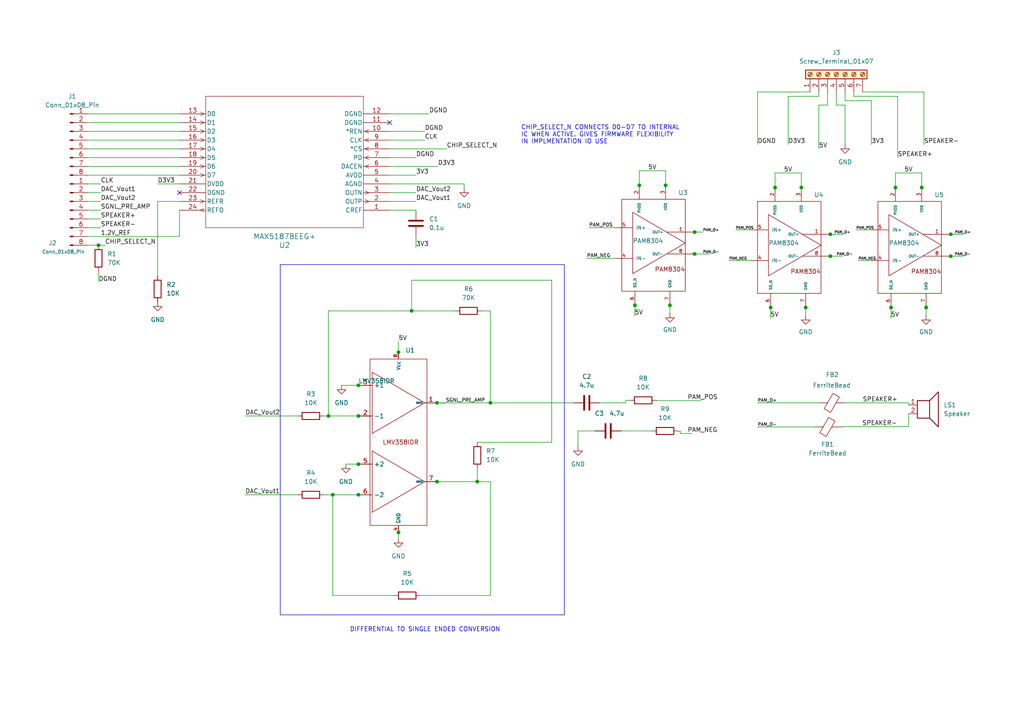
<source format=kicad_sch>
(kicad_sch (version 20230121) (generator eeschema)

  (uuid 085a8e5f-7214-4041-9448-142a3053ab37)

  (paper "A4")

  (title_block
    (title "LNVD SPEAKER SCHEMATIC")
    (date "2024-01-06")
    (rev "A")
    (company "LNVD")
    (comment 1 "AUTHOR: EVAN NEWELL")
    (comment 2 "DATE: 1/6/2024")
  )

  (lib_symbols
    (symbol "Connector:Conn_01x08_Pin" (pin_names (offset 1.016) hide) (in_bom yes) (on_board yes)
      (property "Reference" "J" (at 0 10.16 0)
        (effects (font (size 1.27 1.27)))
      )
      (property "Value" "Conn_01x08_Pin" (at 0 -12.7 0)
        (effects (font (size 1.27 1.27)))
      )
      (property "Footprint" "" (at 0 0 0)
        (effects (font (size 1.27 1.27)) hide)
      )
      (property "Datasheet" "~" (at 0 0 0)
        (effects (font (size 1.27 1.27)) hide)
      )
      (property "ki_locked" "" (at 0 0 0)
        (effects (font (size 1.27 1.27)))
      )
      (property "ki_keywords" "connector" (at 0 0 0)
        (effects (font (size 1.27 1.27)) hide)
      )
      (property "ki_description" "Generic connector, single row, 01x08, script generated" (at 0 0 0)
        (effects (font (size 1.27 1.27)) hide)
      )
      (property "ki_fp_filters" "Connector*:*_1x??_*" (at 0 0 0)
        (effects (font (size 1.27 1.27)) hide)
      )
      (symbol "Conn_01x08_Pin_1_1"
        (polyline
          (pts
            (xy 1.27 -10.16)
            (xy 0.8636 -10.16)
          )
          (stroke (width 0.1524) (type default))
          (fill (type none))
        )
        (polyline
          (pts
            (xy 1.27 -7.62)
            (xy 0.8636 -7.62)
          )
          (stroke (width 0.1524) (type default))
          (fill (type none))
        )
        (polyline
          (pts
            (xy 1.27 -5.08)
            (xy 0.8636 -5.08)
          )
          (stroke (width 0.1524) (type default))
          (fill (type none))
        )
        (polyline
          (pts
            (xy 1.27 -2.54)
            (xy 0.8636 -2.54)
          )
          (stroke (width 0.1524) (type default))
          (fill (type none))
        )
        (polyline
          (pts
            (xy 1.27 0)
            (xy 0.8636 0)
          )
          (stroke (width 0.1524) (type default))
          (fill (type none))
        )
        (polyline
          (pts
            (xy 1.27 2.54)
            (xy 0.8636 2.54)
          )
          (stroke (width 0.1524) (type default))
          (fill (type none))
        )
        (polyline
          (pts
            (xy 1.27 5.08)
            (xy 0.8636 5.08)
          )
          (stroke (width 0.1524) (type default))
          (fill (type none))
        )
        (polyline
          (pts
            (xy 1.27 7.62)
            (xy 0.8636 7.62)
          )
          (stroke (width 0.1524) (type default))
          (fill (type none))
        )
        (rectangle (start 0.8636 -10.033) (end 0 -10.287)
          (stroke (width 0.1524) (type default))
          (fill (type outline))
        )
        (rectangle (start 0.8636 -7.493) (end 0 -7.747)
          (stroke (width 0.1524) (type default))
          (fill (type outline))
        )
        (rectangle (start 0.8636 -4.953) (end 0 -5.207)
          (stroke (width 0.1524) (type default))
          (fill (type outline))
        )
        (rectangle (start 0.8636 -2.413) (end 0 -2.667)
          (stroke (width 0.1524) (type default))
          (fill (type outline))
        )
        (rectangle (start 0.8636 0.127) (end 0 -0.127)
          (stroke (width 0.1524) (type default))
          (fill (type outline))
        )
        (rectangle (start 0.8636 2.667) (end 0 2.413)
          (stroke (width 0.1524) (type default))
          (fill (type outline))
        )
        (rectangle (start 0.8636 5.207) (end 0 4.953)
          (stroke (width 0.1524) (type default))
          (fill (type outline))
        )
        (rectangle (start 0.8636 7.747) (end 0 7.493)
          (stroke (width 0.1524) (type default))
          (fill (type outline))
        )
        (pin passive line (at 5.08 7.62 180) (length 3.81)
          (name "Pin_1" (effects (font (size 1.27 1.27))))
          (number "1" (effects (font (size 1.27 1.27))))
        )
        (pin passive line (at 5.08 5.08 180) (length 3.81)
          (name "Pin_2" (effects (font (size 1.27 1.27))))
          (number "2" (effects (font (size 1.27 1.27))))
        )
        (pin passive line (at 5.08 2.54 180) (length 3.81)
          (name "Pin_3" (effects (font (size 1.27 1.27))))
          (number "3" (effects (font (size 1.27 1.27))))
        )
        (pin passive line (at 5.08 0 180) (length 3.81)
          (name "Pin_4" (effects (font (size 1.27 1.27))))
          (number "4" (effects (font (size 1.27 1.27))))
        )
        (pin passive line (at 5.08 -2.54 180) (length 3.81)
          (name "Pin_5" (effects (font (size 1.27 1.27))))
          (number "5" (effects (font (size 1.27 1.27))))
        )
        (pin passive line (at 5.08 -5.08 180) (length 3.81)
          (name "Pin_6" (effects (font (size 1.27 1.27))))
          (number "6" (effects (font (size 1.27 1.27))))
        )
        (pin passive line (at 5.08 -7.62 180) (length 3.81)
          (name "Pin_7" (effects (font (size 1.27 1.27))))
          (number "7" (effects (font (size 1.27 1.27))))
        )
        (pin passive line (at 5.08 -10.16 180) (length 3.81)
          (name "Pin_8" (effects (font (size 1.27 1.27))))
          (number "8" (effects (font (size 1.27 1.27))))
        )
      )
    )
    (symbol "Connector:Screw_Terminal_01x07" (pin_names (offset 1.016) hide) (in_bom yes) (on_board yes)
      (property "Reference" "J" (at 0 10.16 0)
        (effects (font (size 1.27 1.27)))
      )
      (property "Value" "Screw_Terminal_01x07" (at 0 -10.16 0)
        (effects (font (size 1.27 1.27)))
      )
      (property "Footprint" "" (at 0 0 0)
        (effects (font (size 1.27 1.27)) hide)
      )
      (property "Datasheet" "~" (at 0 0 0)
        (effects (font (size 1.27 1.27)) hide)
      )
      (property "ki_keywords" "screw terminal" (at 0 0 0)
        (effects (font (size 1.27 1.27)) hide)
      )
      (property "ki_description" "Generic screw terminal, single row, 01x07, script generated (kicad-library-utils/schlib/autogen/connector/)" (at 0 0 0)
        (effects (font (size 1.27 1.27)) hide)
      )
      (property "ki_fp_filters" "TerminalBlock*:*" (at 0 0 0)
        (effects (font (size 1.27 1.27)) hide)
      )
      (symbol "Screw_Terminal_01x07_1_1"
        (rectangle (start -1.27 8.89) (end 1.27 -8.89)
          (stroke (width 0.254) (type default))
          (fill (type background))
        )
        (circle (center 0 -7.62) (radius 0.635)
          (stroke (width 0.1524) (type default))
          (fill (type none))
        )
        (circle (center 0 -5.08) (radius 0.635)
          (stroke (width 0.1524) (type default))
          (fill (type none))
        )
        (circle (center 0 -2.54) (radius 0.635)
          (stroke (width 0.1524) (type default))
          (fill (type none))
        )
        (polyline
          (pts
            (xy -0.5334 -7.2898)
            (xy 0.3302 -8.128)
          )
          (stroke (width 0.1524) (type default))
          (fill (type none))
        )
        (polyline
          (pts
            (xy -0.5334 -4.7498)
            (xy 0.3302 -5.588)
          )
          (stroke (width 0.1524) (type default))
          (fill (type none))
        )
        (polyline
          (pts
            (xy -0.5334 -2.2098)
            (xy 0.3302 -3.048)
          )
          (stroke (width 0.1524) (type default))
          (fill (type none))
        )
        (polyline
          (pts
            (xy -0.5334 0.3302)
            (xy 0.3302 -0.508)
          )
          (stroke (width 0.1524) (type default))
          (fill (type none))
        )
        (polyline
          (pts
            (xy -0.5334 2.8702)
            (xy 0.3302 2.032)
          )
          (stroke (width 0.1524) (type default))
          (fill (type none))
        )
        (polyline
          (pts
            (xy -0.5334 5.4102)
            (xy 0.3302 4.572)
          )
          (stroke (width 0.1524) (type default))
          (fill (type none))
        )
        (polyline
          (pts
            (xy -0.5334 7.9502)
            (xy 0.3302 7.112)
          )
          (stroke (width 0.1524) (type default))
          (fill (type none))
        )
        (polyline
          (pts
            (xy -0.3556 -7.112)
            (xy 0.508 -7.9502)
          )
          (stroke (width 0.1524) (type default))
          (fill (type none))
        )
        (polyline
          (pts
            (xy -0.3556 -4.572)
            (xy 0.508 -5.4102)
          )
          (stroke (width 0.1524) (type default))
          (fill (type none))
        )
        (polyline
          (pts
            (xy -0.3556 -2.032)
            (xy 0.508 -2.8702)
          )
          (stroke (width 0.1524) (type default))
          (fill (type none))
        )
        (polyline
          (pts
            (xy -0.3556 0.508)
            (xy 0.508 -0.3302)
          )
          (stroke (width 0.1524) (type default))
          (fill (type none))
        )
        (polyline
          (pts
            (xy -0.3556 3.048)
            (xy 0.508 2.2098)
          )
          (stroke (width 0.1524) (type default))
          (fill (type none))
        )
        (polyline
          (pts
            (xy -0.3556 5.588)
            (xy 0.508 4.7498)
          )
          (stroke (width 0.1524) (type default))
          (fill (type none))
        )
        (polyline
          (pts
            (xy -0.3556 8.128)
            (xy 0.508 7.2898)
          )
          (stroke (width 0.1524) (type default))
          (fill (type none))
        )
        (circle (center 0 0) (radius 0.635)
          (stroke (width 0.1524) (type default))
          (fill (type none))
        )
        (circle (center 0 2.54) (radius 0.635)
          (stroke (width 0.1524) (type default))
          (fill (type none))
        )
        (circle (center 0 5.08) (radius 0.635)
          (stroke (width 0.1524) (type default))
          (fill (type none))
        )
        (circle (center 0 7.62) (radius 0.635)
          (stroke (width 0.1524) (type default))
          (fill (type none))
        )
        (pin passive line (at -5.08 7.62 0) (length 3.81)
          (name "Pin_1" (effects (font (size 1.27 1.27))))
          (number "1" (effects (font (size 1.27 1.27))))
        )
        (pin passive line (at -5.08 5.08 0) (length 3.81)
          (name "Pin_2" (effects (font (size 1.27 1.27))))
          (number "2" (effects (font (size 1.27 1.27))))
        )
        (pin passive line (at -5.08 2.54 0) (length 3.81)
          (name "Pin_3" (effects (font (size 1.27 1.27))))
          (number "3" (effects (font (size 1.27 1.27))))
        )
        (pin passive line (at -5.08 0 0) (length 3.81)
          (name "Pin_4" (effects (font (size 1.27 1.27))))
          (number "4" (effects (font (size 1.27 1.27))))
        )
        (pin passive line (at -5.08 -2.54 0) (length 3.81)
          (name "Pin_5" (effects (font (size 1.27 1.27))))
          (number "5" (effects (font (size 1.27 1.27))))
        )
        (pin passive line (at -5.08 -5.08 0) (length 3.81)
          (name "Pin_6" (effects (font (size 1.27 1.27))))
          (number "6" (effects (font (size 1.27 1.27))))
        )
        (pin passive line (at -5.08 -7.62 0) (length 3.81)
          (name "Pin_7" (effects (font (size 1.27 1.27))))
          (number "7" (effects (font (size 1.27 1.27))))
        )
      )
    )
    (symbol "Device:C" (pin_numbers hide) (pin_names (offset 0.254)) (in_bom yes) (on_board yes)
      (property "Reference" "C" (at 0.635 2.54 0)
        (effects (font (size 1.27 1.27)) (justify left))
      )
      (property "Value" "C" (at 0.635 -2.54 0)
        (effects (font (size 1.27 1.27)) (justify left))
      )
      (property "Footprint" "" (at 0.9652 -3.81 0)
        (effects (font (size 1.27 1.27)) hide)
      )
      (property "Datasheet" "~" (at 0 0 0)
        (effects (font (size 1.27 1.27)) hide)
      )
      (property "ki_keywords" "cap capacitor" (at 0 0 0)
        (effects (font (size 1.27 1.27)) hide)
      )
      (property "ki_description" "Unpolarized capacitor" (at 0 0 0)
        (effects (font (size 1.27 1.27)) hide)
      )
      (property "ki_fp_filters" "C_*" (at 0 0 0)
        (effects (font (size 1.27 1.27)) hide)
      )
      (symbol "C_0_1"
        (polyline
          (pts
            (xy -2.032 -0.762)
            (xy 2.032 -0.762)
          )
          (stroke (width 0.508) (type default))
          (fill (type none))
        )
        (polyline
          (pts
            (xy -2.032 0.762)
            (xy 2.032 0.762)
          )
          (stroke (width 0.508) (type default))
          (fill (type none))
        )
      )
      (symbol "C_1_1"
        (pin passive line (at 0 3.81 270) (length 2.794)
          (name "~" (effects (font (size 1.27 1.27))))
          (number "1" (effects (font (size 1.27 1.27))))
        )
        (pin passive line (at 0 -3.81 90) (length 2.794)
          (name "~" (effects (font (size 1.27 1.27))))
          (number "2" (effects (font (size 1.27 1.27))))
        )
      )
    )
    (symbol "Device:FerriteBead" (pin_numbers hide) (pin_names (offset 0)) (in_bom yes) (on_board yes)
      (property "Reference" "FB" (at -3.81 0.635 90)
        (effects (font (size 1.27 1.27)))
      )
      (property "Value" "FerriteBead" (at 3.81 0 90)
        (effects (font (size 1.27 1.27)))
      )
      (property "Footprint" "" (at -1.778 0 90)
        (effects (font (size 1.27 1.27)) hide)
      )
      (property "Datasheet" "~" (at 0 0 0)
        (effects (font (size 1.27 1.27)) hide)
      )
      (property "ki_keywords" "L ferrite bead inductor filter" (at 0 0 0)
        (effects (font (size 1.27 1.27)) hide)
      )
      (property "ki_description" "Ferrite bead" (at 0 0 0)
        (effects (font (size 1.27 1.27)) hide)
      )
      (property "ki_fp_filters" "Inductor_* L_* *Ferrite*" (at 0 0 0)
        (effects (font (size 1.27 1.27)) hide)
      )
      (symbol "FerriteBead_0_1"
        (polyline
          (pts
            (xy 0 -1.27)
            (xy 0 -1.2192)
          )
          (stroke (width 0) (type default))
          (fill (type none))
        )
        (polyline
          (pts
            (xy 0 1.27)
            (xy 0 1.2954)
          )
          (stroke (width 0) (type default))
          (fill (type none))
        )
        (polyline
          (pts
            (xy -2.7686 0.4064)
            (xy -1.7018 2.2606)
            (xy 2.7686 -0.3048)
            (xy 1.6764 -2.159)
            (xy -2.7686 0.4064)
          )
          (stroke (width 0) (type default))
          (fill (type none))
        )
      )
      (symbol "FerriteBead_1_1"
        (pin passive line (at 0 3.81 270) (length 2.54)
          (name "~" (effects (font (size 1.27 1.27))))
          (number "1" (effects (font (size 1.27 1.27))))
        )
        (pin passive line (at 0 -3.81 90) (length 2.54)
          (name "~" (effects (font (size 1.27 1.27))))
          (number "2" (effects (font (size 1.27 1.27))))
        )
      )
    )
    (symbol "Device:R" (pin_numbers hide) (pin_names (offset 0)) (in_bom yes) (on_board yes)
      (property "Reference" "R" (at 2.032 0 90)
        (effects (font (size 1.27 1.27)))
      )
      (property "Value" "R" (at 0 0 90)
        (effects (font (size 1.27 1.27)))
      )
      (property "Footprint" "" (at -1.778 0 90)
        (effects (font (size 1.27 1.27)) hide)
      )
      (property "Datasheet" "~" (at 0 0 0)
        (effects (font (size 1.27 1.27)) hide)
      )
      (property "ki_keywords" "R res resistor" (at 0 0 0)
        (effects (font (size 1.27 1.27)) hide)
      )
      (property "ki_description" "Resistor" (at 0 0 0)
        (effects (font (size 1.27 1.27)) hide)
      )
      (property "ki_fp_filters" "R_*" (at 0 0 0)
        (effects (font (size 1.27 1.27)) hide)
      )
      (symbol "R_0_1"
        (rectangle (start -1.016 -2.54) (end 1.016 2.54)
          (stroke (width 0.254) (type default))
          (fill (type none))
        )
      )
      (symbol "R_1_1"
        (pin passive line (at 0 3.81 270) (length 1.27)
          (name "~" (effects (font (size 1.27 1.27))))
          (number "1" (effects (font (size 1.27 1.27))))
        )
        (pin passive line (at 0 -3.81 90) (length 1.27)
          (name "~" (effects (font (size 1.27 1.27))))
          (number "2" (effects (font (size 1.27 1.27))))
        )
      )
    )
    (symbol "Device:Speaker" (pin_names (offset 0) hide) (in_bom yes) (on_board yes)
      (property "Reference" "LS" (at 1.27 5.715 0)
        (effects (font (size 1.27 1.27)) (justify right))
      )
      (property "Value" "Speaker" (at 1.27 3.81 0)
        (effects (font (size 1.27 1.27)) (justify right))
      )
      (property "Footprint" "" (at 0 -5.08 0)
        (effects (font (size 1.27 1.27)) hide)
      )
      (property "Datasheet" "~" (at -0.254 -1.27 0)
        (effects (font (size 1.27 1.27)) hide)
      )
      (property "ki_keywords" "speaker sound" (at 0 0 0)
        (effects (font (size 1.27 1.27)) hide)
      )
      (property "ki_description" "Speaker" (at 0 0 0)
        (effects (font (size 1.27 1.27)) hide)
      )
      (symbol "Speaker_0_0"
        (rectangle (start -2.54 1.27) (end 1.016 -3.81)
          (stroke (width 0.254) (type default))
          (fill (type none))
        )
        (polyline
          (pts
            (xy 1.016 1.27)
            (xy 3.556 3.81)
            (xy 3.556 -6.35)
            (xy 1.016 -3.81)
          )
          (stroke (width 0.254) (type default))
          (fill (type none))
        )
      )
      (symbol "Speaker_1_1"
        (pin input line (at -5.08 0 0) (length 2.54)
          (name "1" (effects (font (size 1.27 1.27))))
          (number "1" (effects (font (size 1.27 1.27))))
        )
        (pin input line (at -5.08 -2.54 0) (length 2.54)
          (name "2" (effects (font (size 1.27 1.27))))
          (number "2" (effects (font (size 1.27 1.27))))
        )
      )
    )
    (symbol "Symbol_library:Audio_Amp" (pin_names (offset 1)) (in_bom yes) (on_board yes)
      (property "Reference" "U" (at 8.89 13.335 0)
        (effects (font (size 1.27 1.27)))
      )
      (property "Value" "" (at 0 0 0)
        (effects (font (size 1.27 1.27)))
      )
      (property "Footprint" "" (at 0 0 0)
        (effects (font (size 1.27 1.27)) hide)
      )
      (property "Datasheet" "" (at 0 0 0)
        (effects (font (size 1.27 1.27)) hide)
      )
      (symbol "Audio_Amp_0_1"
        (rectangle (start -7.62 12.065) (end 10.795 -14.605)
          (stroke (width 0) (type default))
          (fill (type none))
        )
        (polyline
          (pts
            (xy -4.445 8.255)
            (xy -4.445 -9.525)
            (xy 10.795 -0.635)
            (xy -4.445 8.255)
          )
          (stroke (width 0) (type default))
          (fill (type none))
        )
      )
      (symbol "Audio_Amp_1_1"
        (text "PAM8304" (at 6.35 -8.255 0)
          (effects (font (size 1.27 1.27)))
        )
        (pin output line (at 13.5 2.54 180) (length 8)
          (name "OUT+" (effects (font (size 0.75 0.75))))
          (number "1" (effects (font (size 1 1))))
        )
        (pin power_in line (at -2.54 16.1 270) (length 4)
          (name "PVDD" (effects (font (size 0.75 0.75))))
          (number "2" (effects (font (size 1 1))))
        )
        (pin power_in line (at 5.08 16.1 270) (length 4)
          (name "VDD" (effects (font (size 0.75 0.75))))
          (number "3" (effects (font (size 1 1))))
        )
        (pin input line (at -9.525 -5.08 0) (length 5)
          (name "IN-" (effects (font (size 1 1))))
          (number "4" (effects (font (size 1 1))))
        )
        (pin input line (at -9.525 3.81 0) (length 5)
          (name "IN+" (effects (font (size 1 1))))
          (number "5" (effects (font (size 1 1))))
        )
        (pin input line (at -3.81 -18.7 90) (length 4)
          (name "SD_N" (effects (font (size 0.75 0.75))))
          (number "6" (effects (font (size 1 1))))
        )
        (pin power_in line (at 6.35 -18.7 90) (length 4)
          (name "GND" (effects (font (size 0.75 0.75))))
          (number "7" (effects (font (size 1 1))))
        )
        (pin output line (at 13.5 -3.81 180) (length 8)
          (name "OUT-" (effects (font (size 0.75 0.75))))
          (number "8" (effects (font (size 1 1))))
        )
      )
    )
    (symbol "Symbol_library:Diff_to_single_amp" (in_bom yes) (on_board yes)
      (property "Reference" "U" (at 29.845 3.81 0)
        (effects (font (size 1.27 1.27)))
      )
      (property "Value" "" (at 8.89 -1.27 0)
        (effects (font (size 1.27 1.27)))
      )
      (property "Footprint" "" (at 8.89 -1.27 0)
        (effects (font (size 1.27 1.27)) hide)
      )
      (property "Datasheet" "" (at 8.89 -1.27 0)
        (effects (font (size 1.27 1.27)) hide)
      )
      (symbol "Diff_to_single_amp_0_1"
        (polyline
          (pts
            (xy 7.62 -21.59)
            (xy 7.62 -39.37)
            (xy 22.86 -30.48)
            (xy 7.62 -21.59)
          )
          (stroke (width 0) (type default))
          (fill (type none))
        )
        (polyline
          (pts
            (xy 7.62 1.27)
            (xy 7.62 -16.51)
            (xy 22.86 -7.62)
            (xy 7.62 1.27)
          )
          (stroke (width 0) (type default))
          (fill (type none))
        )
        (rectangle (start 6.985 5.08) (end 23.495 -43.18)
          (stroke (width 0) (type default))
          (fill (type none))
        )
      )
      (symbol "Diff_to_single_amp_1_1"
        (text "LMV358IDR" (at 15.875 -19.05 0)
          (effects (font (size 1.27 1.27)))
        )
        (pin output line (at 26.42 -7.62 180) (length 3.5)
          (name "OUT1" (effects (font (size 0.5 0.5))))
          (number "1" (effects (font (size 1.27 1.27))))
        )
        (pin input line (at 3.62 -11.43 0) (length 4)
          (name "-1" (effects (font (size 1.27 1.27))))
          (number "2" (effects (font (size 1.27 1.27))))
        )
        (pin input line (at 3.62 -2.54 0) (length 4)
          (name "+1" (effects (font (size 1.27 1.27))))
          (number "3" (effects (font (size 1.27 1.27))))
        )
        (pin power_in line (at 15.24 -45.2 90) (length 2)
          (name "GND" (effects (font (size 1 1))))
          (number "4" (effects (font (size 1 1))))
        )
        (pin input line (at 3.62 -25.4 0) (length 4)
          (name "+2" (effects (font (size 1.27 1.27))))
          (number "5" (effects (font (size 1.27 1.27))))
        )
        (pin input line (at 3.62 -34.29 0) (length 4)
          (name "-2" (effects (font (size 1.27 1.27))))
          (number "6" (effects (font (size 1.27 1.27))))
        )
        (pin output line (at 26.42 -30.48 180) (length 3.5)
          (name "OUT2" (effects (font (size 0.5 0.5))))
          (number "7" (effects (font (size 1.27 1.27))))
        )
        (pin power_in line (at 15.24 7.05 270) (length 2)
          (name "Vcc" (effects (font (size 1 1))))
          (number "8" (effects (font (size 1 1))))
        )
      )
    )
    (symbol "Symbol_library:MAX5187BEEG+" (pin_names (offset 0.254)) (in_bom yes) (on_board yes)
      (property "Reference" "U" (at 30.48 10.16 0)
        (effects (font (size 1.524 1.524)))
      )
      (property "Value" "MAX5187BEEG+" (at 30.48 7.62 0)
        (effects (font (size 1.524 1.524)))
      )
      (property "Footprint" "21-0055H_24" (at 0 0 0)
        (effects (font (size 1.27 1.27) italic) hide)
      )
      (property "Datasheet" "MAX5187BEEG+" (at 0 0 0)
        (effects (font (size 1.27 1.27) italic) hide)
      )
      (property "ki_locked" "" (at 0 0 0)
        (effects (font (size 1.27 1.27)))
      )
      (property "ki_keywords" "MAX5187BEEG+" (at 0 0 0)
        (effects (font (size 1.27 1.27)) hide)
      )
      (property "ki_fp_filters" "21-0055H_24 21-0055H_24-M 21-0055H_24-L" (at 0 0 0)
        (effects (font (size 1.27 1.27)) hide)
      )
      (symbol "MAX5187BEEG+_0_1"
        (polyline
          (pts
            (xy 7.0993 -22.86)
            (xy 6.0579 -23.3807)
          )
          (stroke (width 0.127) (type default))
          (fill (type none))
        )
        (polyline
          (pts
            (xy 7.0993 -22.86)
            (xy 6.0579 -22.3393)
          )
          (stroke (width 0.127) (type default))
          (fill (type none))
        )
        (polyline
          (pts
            (xy 7.0993 -20.32)
            (xy 6.0579 -20.8407)
          )
          (stroke (width 0.127) (type default))
          (fill (type none))
        )
        (polyline
          (pts
            (xy 7.0993 -20.32)
            (xy 6.0579 -19.7993)
          )
          (stroke (width 0.127) (type default))
          (fill (type none))
        )
        (polyline
          (pts
            (xy 7.0993 -17.78)
            (xy 6.0579 -18.3007)
          )
          (stroke (width 0.127) (type default))
          (fill (type none))
        )
        (polyline
          (pts
            (xy 7.0993 -17.78)
            (xy 6.0579 -17.2593)
          )
          (stroke (width 0.127) (type default))
          (fill (type none))
        )
        (polyline
          (pts
            (xy 7.0993 -15.24)
            (xy 6.0579 -15.7607)
          )
          (stroke (width 0.127) (type default))
          (fill (type none))
        )
        (polyline
          (pts
            (xy 7.0993 -15.24)
            (xy 6.0579 -14.7193)
          )
          (stroke (width 0.127) (type default))
          (fill (type none))
        )
        (polyline
          (pts
            (xy 7.0993 -12.7)
            (xy 6.0579 -13.2207)
          )
          (stroke (width 0.127) (type default))
          (fill (type none))
        )
        (polyline
          (pts
            (xy 7.0993 -12.7)
            (xy 6.0579 -12.1793)
          )
          (stroke (width 0.127) (type default))
          (fill (type none))
        )
        (polyline
          (pts
            (xy 7.0993 -5.6007)
            (xy 6.0579 -5.08)
          )
          (stroke (width 0.127) (type default))
          (fill (type none))
        )
        (polyline
          (pts
            (xy 7.0993 -4.5593)
            (xy 6.0579 -5.08)
          )
          (stroke (width 0.127) (type default))
          (fill (type none))
        )
        (polyline
          (pts
            (xy 7.0993 -3.0607)
            (xy 6.0579 -2.54)
          )
          (stroke (width 0.127) (type default))
          (fill (type none))
        )
        (polyline
          (pts
            (xy 7.0993 -2.0193)
            (xy 6.0579 -2.54)
          )
          (stroke (width 0.127) (type default))
          (fill (type none))
        )
        (polyline
          (pts
            (xy 7.62 -33.02)
            (xy 53.34 -33.02)
          )
          (stroke (width 0.127) (type default))
          (fill (type none))
        )
        (polyline
          (pts
            (xy 7.62 5.08)
            (xy 7.62 -33.02)
          )
          (stroke (width 0.127) (type default))
          (fill (type none))
        )
        (polyline
          (pts
            (xy 53.34 -33.02)
            (xy 53.34 5.08)
          )
          (stroke (width 0.127) (type default))
          (fill (type none))
        )
        (polyline
          (pts
            (xy 53.34 5.08)
            (xy 7.62 5.08)
          )
          (stroke (width 0.127) (type default))
          (fill (type none))
        )
        (polyline
          (pts
            (xy 53.8607 -27.94)
            (xy 54.9021 -28.4607)
          )
          (stroke (width 0.127) (type default))
          (fill (type none))
        )
        (polyline
          (pts
            (xy 53.8607 -27.94)
            (xy 54.9021 -27.4193)
          )
          (stroke (width 0.127) (type default))
          (fill (type none))
        )
        (polyline
          (pts
            (xy 53.8607 -25.4)
            (xy 54.9021 -25.9207)
          )
          (stroke (width 0.127) (type default))
          (fill (type none))
        )
        (polyline
          (pts
            (xy 53.8607 -25.4)
            (xy 54.9021 -24.8793)
          )
          (stroke (width 0.127) (type default))
          (fill (type none))
        )
        (polyline
          (pts
            (xy 53.8607 -22.86)
            (xy 54.9021 -23.3807)
          )
          (stroke (width 0.127) (type default))
          (fill (type none))
        )
        (polyline
          (pts
            (xy 53.8607 -22.86)
            (xy 54.9021 -22.3393)
          )
          (stroke (width 0.127) (type default))
          (fill (type none))
        )
        (polyline
          (pts
            (xy 53.8607 -20.32)
            (xy 54.9021 -20.8407)
          )
          (stroke (width 0.127) (type default))
          (fill (type none))
        )
        (polyline
          (pts
            (xy 53.8607 -20.32)
            (xy 54.9021 -19.7993)
          )
          (stroke (width 0.127) (type default))
          (fill (type none))
        )
        (polyline
          (pts
            (xy 53.8607 -17.78)
            (xy 54.9021 -18.3007)
          )
          (stroke (width 0.127) (type default))
          (fill (type none))
        )
        (polyline
          (pts
            (xy 53.8607 -17.78)
            (xy 54.9021 -17.2593)
          )
          (stroke (width 0.127) (type default))
          (fill (type none))
        )
        (polyline
          (pts
            (xy 53.8607 -15.24)
            (xy 54.9021 -15.7607)
          )
          (stroke (width 0.127) (type default))
          (fill (type none))
        )
        (polyline
          (pts
            (xy 53.8607 -15.24)
            (xy 54.9021 -14.7193)
          )
          (stroke (width 0.127) (type default))
          (fill (type none))
        )
        (polyline
          (pts
            (xy 53.8607 -12.7)
            (xy 54.9021 -13.2207)
          )
          (stroke (width 0.127) (type default))
          (fill (type none))
        )
        (polyline
          (pts
            (xy 53.8607 -12.7)
            (xy 54.9021 -12.1793)
          )
          (stroke (width 0.127) (type default))
          (fill (type none))
        )
        (polyline
          (pts
            (xy 53.8607 -10.16)
            (xy 54.9021 -10.6807)
          )
          (stroke (width 0.127) (type default))
          (fill (type none))
        )
        (polyline
          (pts
            (xy 53.8607 -10.16)
            (xy 54.9021 -9.6393)
          )
          (stroke (width 0.127) (type default))
          (fill (type none))
        )
        (polyline
          (pts
            (xy 53.8607 -2.54)
            (xy 54.9021 -3.0607)
          )
          (stroke (width 0.127) (type default))
          (fill (type none))
        )
        (polyline
          (pts
            (xy 53.8607 -2.54)
            (xy 54.9021 -2.0193)
          )
          (stroke (width 0.127) (type default))
          (fill (type none))
        )
        (polyline
          (pts
            (xy 53.8607 -0.5207)
            (xy 54.9021 0)
          )
          (stroke (width 0.127) (type default))
          (fill (type none))
        )
        (polyline
          (pts
            (xy 53.8607 0.5207)
            (xy 54.9021 0)
          )
          (stroke (width 0.127) (type default))
          (fill (type none))
        )
        (pin unspecified line (at 0 0 0) (length 7.62)
          (name "CREF" (effects (font (size 1.27 1.27))))
          (number "1" (effects (font (size 1.27 1.27))))
        )
        (pin input line (at 0 -22.86 0) (length 7.62)
          (name "*REN" (effects (font (size 1.27 1.27))))
          (number "10" (effects (font (size 1.27 1.27))))
        )
        (pin power_in line (at 0 -25.4 0) (length 7.62)
          (name "DGND" (effects (font (size 1.27 1.27))))
          (number "11" (effects (font (size 1.27 1.27))))
        )
        (pin power_in line (at 0 -27.94 0) (length 7.62)
          (name "DGND" (effects (font (size 1.27 1.27))))
          (number "12" (effects (font (size 1.27 1.27))))
        )
        (pin input line (at 60.96 -27.94 180) (length 7.62)
          (name "D0" (effects (font (size 1.27 1.27))))
          (number "13" (effects (font (size 1.27 1.27))))
        )
        (pin input line (at 60.96 -25.4 180) (length 7.62)
          (name "D1" (effects (font (size 1.27 1.27))))
          (number "14" (effects (font (size 1.27 1.27))))
        )
        (pin input line (at 60.96 -22.86 180) (length 7.62)
          (name "D2" (effects (font (size 1.27 1.27))))
          (number "15" (effects (font (size 1.27 1.27))))
        )
        (pin input line (at 60.96 -20.32 180) (length 7.62)
          (name "D3" (effects (font (size 1.27 1.27))))
          (number "16" (effects (font (size 1.27 1.27))))
        )
        (pin input line (at 60.96 -17.78 180) (length 7.62)
          (name "D4" (effects (font (size 1.27 1.27))))
          (number "17" (effects (font (size 1.27 1.27))))
        )
        (pin input line (at 60.96 -15.24 180) (length 7.62)
          (name "D5" (effects (font (size 1.27 1.27))))
          (number "18" (effects (font (size 1.27 1.27))))
        )
        (pin input line (at 60.96 -12.7 180) (length 7.62)
          (name "D6" (effects (font (size 1.27 1.27))))
          (number "19" (effects (font (size 1.27 1.27))))
        )
        (pin output line (at 0 -2.54 0) (length 7.62)
          (name "OUTP" (effects (font (size 1.27 1.27))))
          (number "2" (effects (font (size 1.27 1.27))))
        )
        (pin input line (at 60.96 -10.16 180) (length 7.62)
          (name "D7" (effects (font (size 1.27 1.27))))
          (number "20" (effects (font (size 1.27 1.27))))
        )
        (pin power_in line (at 60.96 -7.62 180) (length 7.62)
          (name "DVDD" (effects (font (size 1.27 1.27))))
          (number "21" (effects (font (size 1.27 1.27))))
        )
        (pin power_in line (at 60.96 -5.08 180) (length 7.62)
          (name "DGND" (effects (font (size 1.27 1.27))))
          (number "22" (effects (font (size 1.27 1.27))))
        )
        (pin input line (at 60.96 -2.54 180) (length 7.62)
          (name "REFR" (effects (font (size 1.27 1.27))))
          (number "23" (effects (font (size 1.27 1.27))))
        )
        (pin output line (at 60.96 0 180) (length 7.62)
          (name "REFO" (effects (font (size 1.27 1.27))))
          (number "24" (effects (font (size 1.27 1.27))))
        )
        (pin output line (at 0 -5.08 0) (length 7.62)
          (name "OUTN" (effects (font (size 1.27 1.27))))
          (number "3" (effects (font (size 1.27 1.27))))
        )
        (pin power_in line (at 0 -7.62 0) (length 7.62)
          (name "AGND" (effects (font (size 1.27 1.27))))
          (number "4" (effects (font (size 1.27 1.27))))
        )
        (pin power_in line (at 0 -10.16 0) (length 7.62)
          (name "AVDD" (effects (font (size 1.27 1.27))))
          (number "5" (effects (font (size 1.27 1.27))))
        )
        (pin input line (at 0 -12.7 0) (length 7.62)
          (name "DACEN" (effects (font (size 1.27 1.27))))
          (number "6" (effects (font (size 1.27 1.27))))
        )
        (pin input line (at 0 -15.24 0) (length 7.62)
          (name "PD" (effects (font (size 1.27 1.27))))
          (number "7" (effects (font (size 1.27 1.27))))
        )
        (pin input line (at 0 -17.78 0) (length 7.62)
          (name "*CS" (effects (font (size 1.27 1.27))))
          (number "8" (effects (font (size 1.27 1.27))))
        )
        (pin input line (at 0 -20.32 0) (length 7.62)
          (name "CLK" (effects (font (size 1.27 1.27))))
          (number "9" (effects (font (size 1.27 1.27))))
        )
      )
    )
    (symbol "power:GND" (power) (pin_names (offset 0)) (in_bom yes) (on_board yes)
      (property "Reference" "#PWR" (at 0 -6.35 0)
        (effects (font (size 1.27 1.27)) hide)
      )
      (property "Value" "GND" (at 0 -3.81 0)
        (effects (font (size 1.27 1.27)))
      )
      (property "Footprint" "" (at 0 0 0)
        (effects (font (size 1.27 1.27)) hide)
      )
      (property "Datasheet" "" (at 0 0 0)
        (effects (font (size 1.27 1.27)) hide)
      )
      (property "ki_keywords" "global power" (at 0 0 0)
        (effects (font (size 1.27 1.27)) hide)
      )
      (property "ki_description" "Power symbol creates a global label with name \"GND\" , ground" (at 0 0 0)
        (effects (font (size 1.27 1.27)) hide)
      )
      (symbol "GND_0_1"
        (polyline
          (pts
            (xy 0 0)
            (xy 0 -1.27)
            (xy 1.27 -1.27)
            (xy 0 -2.54)
            (xy -1.27 -1.27)
            (xy 0 -1.27)
          )
          (stroke (width 0) (type default))
          (fill (type none))
        )
      )
      (symbol "GND_1_1"
        (pin power_in line (at 0 0 270) (length 0) hide
          (name "GND" (effects (font (size 1.27 1.27))))
          (number "1" (effects (font (size 1.27 1.27))))
        )
      )
    )
  )

  (junction (at 258.445 89.185) (diameter 0) (color 0 0 0 0)
    (uuid 15c9fb4b-35c2-4bb8-bae6-44f1d9e7cc22)
  )
  (junction (at 138.43 139.7) (diameter 0) (color 0 0 0 0)
    (uuid 17339ed0-ec9d-429a-884d-885ab07caf88)
  )
  (junction (at 115.57 102.17) (diameter 0) (color 0 0 0 0)
    (uuid 18aab9d4-f5ec-461c-a0ec-d4f2a7778225)
  )
  (junction (at 184.15 88.55) (diameter 0) (color 0 0 0 0)
    (uuid 1b1194f4-9f1b-472a-82e3-ee41b4ae905e)
  )
  (junction (at 103.95 143.51) (diameter 0) (color 0 0 0 0)
    (uuid 1bffbf2f-e22c-46f3-a25d-0c96e214c11a)
  )
  (junction (at 119.38 90.17) (diameter 0) (color 0 0 0 0)
    (uuid 3a295a03-9a2c-4ff0-a1b9-877e193b85a6)
  )
  (junction (at 275.755 74.295) (diameter 0) (color 0 0 0 0)
    (uuid 3a2d0e89-c031-4e21-9ff3-762ca320e54b)
  )
  (junction (at 233.68 89.185) (diameter 0) (color 0 0 0 0)
    (uuid 3ba419a0-7984-4a6b-b022-7c0f13e231de)
  )
  (junction (at 240.83 67.945) (diameter 0) (color 0 0 0 0)
    (uuid 43464f0c-748f-40f3-b4d4-c545395bc7bb)
  )
  (junction (at 142.24 116.84) (diameter 0) (color 0 0 0 0)
    (uuid 4525dbf4-f2f0-4d67-9242-9dc96f79d51f)
  )
  (junction (at 201.46 67.31) (diameter 0) (color 0 0 0 0)
    (uuid 4e885820-bb40-42c4-9484-e4bfab9611c6)
  )
  (junction (at 103.95 120.65) (diameter 0) (color 0 0 0 0)
    (uuid 54a2134d-3c71-4679-b9fc-16b4b6e45b68)
  )
  (junction (at 103.95 134.62) (diameter 0) (color 0 0 0 0)
    (uuid 56879356-4d6d-448c-8f9b-5d627b210d2a)
  )
  (junction (at 126.75 116.84) (diameter 0) (color 0 0 0 0)
    (uuid 5922b131-926d-4d9d-8a46-9f9d63a1f128)
  )
  (junction (at 115.57 154.42) (diameter 0) (color 0 0 0 0)
    (uuid 760a5c76-893e-4e2b-936a-c11d3d2bc0ef)
  )
  (junction (at 96.52 143.51) (diameter 0) (color 0 0 0 0)
    (uuid 7c7a80de-1228-4801-b864-ed59836aceb4)
  )
  (junction (at 224.79 54.385) (diameter 0) (color 0 0 0 0)
    (uuid 89cf8588-5836-4c55-b119-eb9fc607ec7c)
  )
  (junction (at 194.31 88.55) (diameter 0) (color 0 0 0 0)
    (uuid 8f7abf4a-58fa-46db-b640-1e3c1670adc2)
  )
  (junction (at 232.41 54.385) (diameter 0) (color 0 0 0 0)
    (uuid 997e7c91-ea00-4778-a8ff-a70a190cba6f)
  )
  (junction (at 259.715 54.385) (diameter 0) (color 0 0 0 0)
    (uuid 9fbf7307-c80a-4ae0-a43b-4298a40c9ed6)
  )
  (junction (at 223.52 89.185) (diameter 0) (color 0 0 0 0)
    (uuid a76c1b85-1318-47ba-85f2-9adadb3bce4f)
  )
  (junction (at 267.335 54.385) (diameter 0) (color 0 0 0 0)
    (uuid b3b88ced-e8e5-4541-a030-6f6a4f010c3d)
  )
  (junction (at 201.46 73.66) (diameter 0) (color 0 0 0 0)
    (uuid b5610253-1265-43c3-8db2-26d50c04927e)
  )
  (junction (at 28.575 71.12) (diameter 0) (color 0 0 0 0)
    (uuid c2d7cd37-5350-4906-bf2c-a8370412f556)
  )
  (junction (at 126.75 139.7) (diameter 0) (color 0 0 0 0)
    (uuid d73b6825-7a4a-46fd-8e63-4b440b20035c)
  )
  (junction (at 268.605 89.185) (diameter 0) (color 0 0 0 0)
    (uuid d87c132a-57ec-40a5-8d32-32907d0cf598)
  )
  (junction (at 185.42 53.75) (diameter 0) (color 0 0 0 0)
    (uuid e1f656b9-bb4d-42ac-b5a8-8ca1b1dd08cb)
  )
  (junction (at 193.04 53.75) (diameter 0) (color 0 0 0 0)
    (uuid e51111f9-e8ce-4be4-8fa9-6f1363a39137)
  )
  (junction (at 103.95 111.76) (diameter 0) (color 0 0 0 0)
    (uuid e7768670-8017-4a14-9775-12958c1c2268)
  )
  (junction (at 95.25 120.65) (diameter 0) (color 0 0 0 0)
    (uuid f0df5b75-df01-416b-a3b0-160e4ec833a8)
  )
  (junction (at 275.755 67.945) (diameter 0) (color 0 0 0 0)
    (uuid f4d09c81-0eee-47a6-808e-87653765f09f)
  )
  (junction (at 240.83 74.295) (diameter 0) (color 0 0 0 0)
    (uuid fe333b38-edc8-4473-94cd-4b952b13c8d0)
  )

  (no_connect (at 113.03 35.56) (uuid 279e930e-5a58-4bc6-9320-fd08675caa6f))
  (no_connect (at 52.07 55.88) (uuid fe671c5d-acf6-4aa0-974b-1e88b2cd0d79))

  (wire (pts (xy 196.6976 125.095) (xy 196.6976 124.9934))
    (stroke (width 0) (type default))
    (uuid 026b2ae2-361b-427f-bb47-e5d7cc894219)
  )
  (wire (pts (xy 103.95 120.65) (xy 104.14 120.65))
    (stroke (width 0) (type default))
    (uuid 03dbadff-dc25-4d25-80a0-a67006542605)
  )
  (wire (pts (xy 247.65 27.94) (xy 260.35 27.94))
    (stroke (width 0) (type default))
    (uuid 05dba34a-08e6-4cac-a4ff-7a5607438ba9)
  )
  (wire (pts (xy 28.575 78.74) (xy 28.575 81.915))
    (stroke (width 0) (type default))
    (uuid 070754f8-928c-461f-98d1-8058feea5dcd)
  )
  (wire (pts (xy 184.0484 88.519) (xy 184.0484 88.55))
    (stroke (width 0) (type default))
    (uuid 091181ef-f668-439d-ba71-f70b9030b8d9)
  )
  (wire (pts (xy 232.41 50.165) (xy 232.41 54.385))
    (stroke (width 0) (type default))
    (uuid 0beb90ea-2dd0-4514-bbc6-8caf1b11ee7a)
  )
  (wire (pts (xy 223.4946 92.2528) (xy 223.4946 91.567))
    (stroke (width 0) (type default))
    (uuid 0c367966-6bdb-43c2-96eb-1fb56ea9239b)
  )
  (wire (pts (xy 240.665 67.945) (xy 240.83 67.945))
    (stroke (width 0) (type default))
    (uuid 0c7c1ff9-9de1-419d-b6af-2d79e480ecc7)
  )
  (wire (pts (xy 125.73 116.84) (xy 126.75 116.84))
    (stroke (width 0) (type default))
    (uuid 1009a857-15b5-4cf9-91e4-6a353cb7b237)
  )
  (wire (pts (xy 113.03 53.34) (xy 134.62 53.34))
    (stroke (width 0) (type default))
    (uuid 11764417-431a-4643-82cc-acaa43bd6652)
  )
  (wire (pts (xy 242.57 30.48) (xy 242.57 26.67))
    (stroke (width 0) (type default))
    (uuid 121f66d1-4c29-4d34-b3a9-37c7fb8c26c1)
  )
  (wire (pts (xy 172.5676 124.9934) (xy 167.64 124.9934))
    (stroke (width 0) (type default))
    (uuid 1320107f-0e42-4af3-b098-7ce42a622f3b)
  )
  (wire (pts (xy 138.43 128.27) (xy 160.02 128.27))
    (stroke (width 0) (type default))
    (uuid 134d87b8-1ba6-4b44-9abc-9e929d5afa61)
  )
  (wire (pts (xy 115.57 154.42) (xy 115.57 156.21))
    (stroke (width 0) (type default))
    (uuid 1440bb9b-92f7-4a6b-8b90-a6042c5284cd)
  )
  (wire (pts (xy 25.4 40.64) (xy 52.07 40.64))
    (stroke (width 0) (type default))
    (uuid 150f5e31-31cf-48dd-9b7c-a7a543486a32)
  )
  (wire (pts (xy 201.295 67.31) (xy 201.46 67.31))
    (stroke (width 0) (type default))
    (uuid 15d15aa4-f173-4157-b427-6acfce3725e8)
  )
  (wire (pts (xy 25.4 33.02) (xy 52.07 33.02))
    (stroke (width 0) (type default))
    (uuid 17e3065c-bfc9-4b92-b39b-c2b5a70c56ae)
  )
  (wire (pts (xy 25.4 66.04) (xy 29.21 66.04))
    (stroke (width 0) (type default))
    (uuid 183a154f-4347-4c53-bb55-131341f1b7ea)
  )
  (wire (pts (xy 25.4 45.72) (xy 52.07 45.72))
    (stroke (width 0) (type default))
    (uuid 183e8893-f73f-4f5a-a4cd-83d715e2a962)
  )
  (wire (pts (xy 223.52 89.1794) (xy 223.52 89.185))
    (stroke (width 0) (type default))
    (uuid 18bb3ac3-c07f-4939-a663-0e24aed32708)
  )
  (wire (pts (xy 120.65 68.58) (xy 120.65 71.755))
    (stroke (width 0) (type default))
    (uuid 19cf46bd-e910-4518-b357-401677e0b0a1)
  )
  (wire (pts (xy 100.33 134.62) (xy 103.95 134.62))
    (stroke (width 0) (type default))
    (uuid 1c4f2b14-0d33-4532-95de-e75eba08e359)
  )
  (wire (pts (xy 181.4576 116.1034) (xy 182.7276 116.1034))
    (stroke (width 0) (type default))
    (uuid 1c6d51f0-730c-43c7-a942-973c963d9752)
  )
  (wire (pts (xy 223.4184 89.154) (xy 223.4184 89.185))
    (stroke (width 0) (type default))
    (uuid 1ca4030b-ab66-4d69-9e08-baa82ad5d6cf)
  )
  (wire (pts (xy 250.19 26.67) (xy 267.97 26.67))
    (stroke (width 0) (type default))
    (uuid 1d394326-3ea1-4e04-84b9-26987d8fe455)
  )
  (wire (pts (xy 103.95 143.51) (xy 104.14 143.51))
    (stroke (width 0) (type default))
    (uuid 1d4f86d4-706f-4924-8d5a-25cd03d8d729)
  )
  (wire (pts (xy 244.475 123.7234) (xy 263.525 123.7234))
    (stroke (width 0) (type default))
    (uuid 1d8bf724-faca-4c90-bb6a-5c925651ad01)
  )
  (wire (pts (xy 258.445 89.1794) (xy 258.445 89.185))
    (stroke (width 0) (type default))
    (uuid 1eea9a71-3bcb-4490-b9f1-54bd48ba873d)
  )
  (wire (pts (xy 237.49 30.48) (xy 237.49 43.18))
    (stroke (width 0) (type default))
    (uuid 20785288-f640-42aa-ac7e-70eef5a6ceb8)
  )
  (wire (pts (xy 25.4 60.96) (xy 29.21 60.96))
    (stroke (width 0) (type default))
    (uuid 20e45d42-4fbb-4d91-8fac-12c9faeab8e8)
  )
  (wire (pts (xy 245.11 30.48) (xy 245.11 41.91))
    (stroke (width 0) (type default))
    (uuid 20ea2c54-0496-4ea1-9074-748d73c4641e)
  )
  (wire (pts (xy 113.03 58.42) (xy 120.65 58.42))
    (stroke (width 0) (type default))
    (uuid 21488bb8-a820-4629-866f-a3b8c181b1cc)
  )
  (wire (pts (xy 25.4 50.8) (xy 52.07 50.8))
    (stroke (width 0) (type default))
    (uuid 264bed4b-6ff5-44e9-b786-9adfbc5269f2)
  )
  (wire (pts (xy 103.95 134.62) (xy 104.14 134.62))
    (stroke (width 0) (type default))
    (uuid 26a32d28-0e88-4df7-8d01-bd9636bcb173)
  )
  (wire (pts (xy 201.46 67.31) (xy 203.835 67.31))
    (stroke (width 0) (type default))
    (uuid 27419ab8-4b9a-4ca9-b6ab-f23b1d3eaf3f)
  )
  (wire (pts (xy 252.73 29.21) (xy 252.73 41.91))
    (stroke (width 0) (type default))
    (uuid 28594876-2077-4a3f-88ad-65d96e4adab2)
  )
  (wire (pts (xy 197.3326 125.73) (xy 200.66 125.73))
    (stroke (width 0) (type default))
    (uuid 28df45e8-24d4-4935-b0e3-7e544cd3ae5c)
  )
  (wire (pts (xy 190.5 116.205) (xy 203.3524 116.205))
    (stroke (width 0) (type default))
    (uuid 2c50aca4-acee-474e-805a-44059b6ca215)
  )
  (wire (pts (xy 142.24 90.17) (xy 142.24 116.84))
    (stroke (width 0) (type default))
    (uuid 2cf0f95f-982d-484d-b1a7-aafcbe298813)
  )
  (wire (pts (xy 28.575 71.12) (xy 30.48 71.12))
    (stroke (width 0) (type default))
    (uuid 2e9a90b0-e520-445c-bad7-b382139406e2)
  )
  (wire (pts (xy 96.52 143.51) (xy 103.95 143.51))
    (stroke (width 0) (type default))
    (uuid 31b2cc40-5ea6-4faa-b0d9-795cd5b7edfe)
  )
  (wire (pts (xy 113.03 33.02) (xy 124.46 33.02))
    (stroke (width 0) (type default))
    (uuid 35769c11-c32b-4e6b-90c3-8aa2c2c4aa7d)
  )
  (wire (pts (xy 244.475 123.825) (xy 244.475 123.7234))
    (stroke (width 0) (type default))
    (uuid 37a952af-30e8-462c-99f1-340176b40985)
  )
  (wire (pts (xy 184.1246 91.6178) (xy 184.1246 90.932))
    (stroke (width 0) (type default))
    (uuid 3940fac1-6a50-443c-837c-107d90a24493)
  )
  (wire (pts (xy 113.03 38.1) (xy 123.19 38.1))
    (stroke (width 0) (type default))
    (uuid 3af744a5-5f3a-4418-9277-3ba1d2407948)
  )
  (wire (pts (xy 95.25 120.65) (xy 95.25 90.17))
    (stroke (width 0) (type default))
    (uuid 3c636dce-1e5b-441c-9abd-8d4e768cf623)
  )
  (wire (pts (xy 263.525 123.7234) (xy 263.525 120.015))
    (stroke (width 0) (type default))
    (uuid 3d8e04fa-7acf-41c9-8b9c-d67f438fbdd2)
  )
  (wire (pts (xy 134.62 53.34) (xy 134.62 54.61))
    (stroke (width 0) (type default))
    (uuid 3e5b2071-af64-4e2c-afa5-2e888840c493)
  )
  (wire (pts (xy 219.71 26.67) (xy 219.71 41.91))
    (stroke (width 0) (type default))
    (uuid 3eab9bd2-9e60-40f2-9deb-a8aecbc775d1)
  )
  (wire (pts (xy 119.38 81.28) (xy 119.38 90.17))
    (stroke (width 0) (type default))
    (uuid 41910223-e069-48d5-954c-482e3f65c8ca)
  )
  (wire (pts (xy 259.715 54.385) (xy 259.715 55.245))
    (stroke (width 0) (type default))
    (uuid 419f1ea4-18ad-4b37-8434-62bafd7ded19)
  )
  (wire (pts (xy 138.43 135.89) (xy 138.43 139.7))
    (stroke (width 0) (type default))
    (uuid 429a6f14-df76-4109-b4ff-5a8a85a9fde6)
  )
  (wire (pts (xy 213.36 66.675) (xy 217.805 66.675))
    (stroke (width 0) (type default))
    (uuid 43aae21f-12a1-4ede-b290-0f766c614907)
  )
  (wire (pts (xy 258.3434 89.185) (xy 258.445 89.185))
    (stroke (width 0) (type default))
    (uuid 445aa79e-ca9b-4d6b-b31b-993028d7ad96)
  )
  (wire (pts (xy 275.59 67.945) (xy 275.755 67.945))
    (stroke (width 0) (type default))
    (uuid 462b5c65-8c02-4e56-a803-aae6017e48c6)
  )
  (wire (pts (xy 93.98 120.65) (xy 95.25 120.65))
    (stroke (width 0) (type default))
    (uuid 48af898c-a694-41c1-9cee-3700a386236a)
  )
  (wire (pts (xy 103.95 111.76) (xy 104.14 111.76))
    (stroke (width 0) (type default))
    (uuid 49eaaf57-3de6-444a-bfd6-96d9c366be3d)
  )
  (wire (pts (xy 93.98 143.51) (xy 96.52 143.51))
    (stroke (width 0) (type default))
    (uuid 4bd53d5f-f572-41fa-a8de-b94a4af50a8d)
  )
  (wire (pts (xy 267.335 54.385) (xy 267.335 55.245))
    (stroke (width 0) (type default))
    (uuid 4c6eb9a2-8cfc-4460-8379-b6adadee2b9b)
  )
  (wire (pts (xy 184.0992 88.519) (xy 184.1246 90.932))
    (stroke (width 0) (type default))
    (uuid 4cdc1894-94da-4ff0-8433-b3873689a0f0)
  )
  (wire (pts (xy 25.4 38.1) (xy 52.07 38.1))
    (stroke (width 0) (type default))
    (uuid 4d4e907e-1831-4fb6-afb2-3a11873ee6c6)
  )
  (wire (pts (xy 95.25 90.17) (xy 119.38 90.17))
    (stroke (width 0) (type default))
    (uuid 4e125405-d15f-45ec-bb44-99ed87937dfa)
  )
  (wire (pts (xy 224.79 54.385) (xy 224.79 55.245))
    (stroke (width 0) (type default))
    (uuid 4eb00c3c-4cd4-4015-b11d-ba86cb34f10d)
  )
  (wire (pts (xy 185.42 53.75) (xy 185.42 54.61))
    (stroke (width 0) (type default))
    (uuid 4f15a75e-be7b-4a5b-a7c3-0a759e11971a)
  )
  (wire (pts (xy 142.24 116.84) (xy 166.37 116.84))
    (stroke (width 0) (type default))
    (uuid 513485d1-08a6-479c-a1b6-2ff5923c32fd)
  )
  (wire (pts (xy 245.11 30.48) (xy 242.57 30.48))
    (stroke (width 0) (type default))
    (uuid 5346c7c3-0232-4f1c-8fd8-4d2d74dffd19)
  )
  (wire (pts (xy 267.335 50.165) (xy 267.335 54.385))
    (stroke (width 0) (type default))
    (uuid 53dc6acb-b8bf-401c-ab42-b9f24a33826a)
  )
  (wire (pts (xy 224.79 50.165) (xy 224.79 54.385))
    (stroke (width 0) (type default))
    (uuid 552c28a4-46c1-4646-ac90-2f32538b86ff)
  )
  (wire (pts (xy 194.31 87.7062) (xy 194.31 88.55))
    (stroke (width 0) (type default))
    (uuid 5590a1f0-610c-4483-a2d8-4c2a86d57ac2)
  )
  (wire (pts (xy 95.25 120.65) (xy 103.95 120.65))
    (stroke (width 0) (type default))
    (uuid 5636abc2-1459-49b9-a127-1d226369415b)
  )
  (wire (pts (xy 200.66 73.66) (xy 201.46 73.66))
    (stroke (width 0) (type default))
    (uuid 5750a1e2-3213-42b1-9fc8-26d72faf2c27)
  )
  (wire (pts (xy 167.64 124.9934) (xy 167.64 129.54))
    (stroke (width 0) (type default))
    (uuid 58a9dd1d-77c6-4e6b-b8ea-bfe805624944)
  )
  (wire (pts (xy 25.4 71.12) (xy 28.575 71.12))
    (stroke (width 0) (type default))
    (uuid 593321a9-37e7-4669-910e-a313f708fb94)
  )
  (wire (pts (xy 113.03 50.8) (xy 120.65 50.8))
    (stroke (width 0) (type default))
    (uuid 5c1de3cf-ec7a-4100-aba4-1f23634ff4e8)
  )
  (wire (pts (xy 258.3434 92.2528) (xy 258.4196 92.2528))
    (stroke (width 0) (type default))
    (uuid 5d0009a0-562d-4267-9065-c19030f69d49)
  )
  (wire (pts (xy 201.46 73.66) (xy 205.74 73.66))
    (stroke (width 0) (type default))
    (uuid 5d27d6c4-84e8-4111-ab90-b2efc20222ff)
  )
  (wire (pts (xy 194.31 88.55) (xy 194.31 90.9066))
    (stroke (width 0) (type default))
    (uuid 60d2eceb-ec2a-46bf-a120-25b07ad60093)
  )
  (wire (pts (xy 170.815 66.04) (xy 178.435 66.04))
    (stroke (width 0) (type default))
    (uuid 6537879f-7c3f-4af3-a18b-e632537a9b94)
  )
  (wire (pts (xy 268.605 89.185) (xy 268.605 91.5416))
    (stroke (width 0) (type default))
    (uuid 667e0a15-b220-4f53-b5c1-9ca5d002dfdc)
  )
  (wire (pts (xy 71.12 143.51) (xy 86.36 143.51))
    (stroke (width 0) (type default))
    (uuid 66eeb56f-219e-4313-9d38-348fd2b3de5b)
  )
  (wire (pts (xy 223.4184 89.185) (xy 223.52 89.185))
    (stroke (width 0) (type default))
    (uuid 67620faa-9c41-4af9-b979-0b06eb832453)
  )
  (wire (pts (xy 243.84 123.825) (xy 244.475 123.825))
    (stroke (width 0) (type default))
    (uuid 6898cef3-370f-4f00-91ea-f8a28f10a688)
  )
  (wire (pts (xy 237.49 27.94) (xy 237.49 26.67))
    (stroke (width 0) (type default))
    (uuid 6969877c-fb4c-489c-b6ae-f56e9cb61888)
  )
  (wire (pts (xy 184.0484 88.55) (xy 184.15 88.55))
    (stroke (width 0) (type default))
    (uuid 6b64d26b-6ffa-4b52-9aeb-c3b583dee122)
  )
  (wire (pts (xy 268.605 88.3412) (xy 268.605 89.185))
    (stroke (width 0) (type default))
    (uuid 724cffa0-e84c-4ba0-b79f-f72b1bb40b49)
  )
  (wire (pts (xy 113.03 43.18) (xy 129.54 43.18))
    (stroke (width 0) (type default))
    (uuid 73f7343d-3100-4806-833f-a6345dd4b129)
  )
  (wire (pts (xy 232.41 54.385) (xy 232.41 55.245))
    (stroke (width 0) (type default))
    (uuid 74efa454-0703-4738-be75-abba0a3c2465)
  )
  (wire (pts (xy 181.4576 116.1034) (xy 181.4576 116.84))
    (stroke (width 0) (type default))
    (uuid 755907fd-dd3c-4138-a9d9-d608e3a3bb38)
  )
  (wire (pts (xy 138.43 139.7) (xy 142.24 139.7))
    (stroke (width 0) (type default))
    (uuid 759c886e-48f9-407a-9ac4-3495d6b4372d)
  )
  (wire (pts (xy 197.3326 125.73) (xy 197.3326 125.095))
    (stroke (width 0) (type default))
    (uuid 7763bc8a-da21-4ccd-99af-4e1a3ac70482)
  )
  (wire (pts (xy 247.65 26.67) (xy 247.65 27.94))
    (stroke (width 0) (type default))
    (uuid 7917a90e-7fff-486f-8eaa-808584d37d3c)
  )
  (wire (pts (xy 185.42 49.53) (xy 185.42 53.75))
    (stroke (width 0) (type default))
    (uuid 7d179189-7d6c-40c1-909c-bb353f202ccf)
  )
  (wire (pts (xy 233.68 88.3412) (xy 233.68 89.185))
    (stroke (width 0) (type default))
    (uuid 7d28d921-b75b-4712-8eb2-b4b91012852b)
  )
  (wire (pts (xy 190.5 116.1034) (xy 190.3476 116.1034))
    (stroke (width 0) (type default))
    (uuid 7d6698b7-40c3-43c1-a900-ce54d0b3452b)
  )
  (wire (pts (xy 25.4 55.88) (xy 29.21 55.88))
    (stroke (width 0) (type default))
    (uuid 827816c6-9822-4bd4-8d8d-f463fa586296)
  )
  (wire (pts (xy 114.3 172.72) (xy 96.52 172.72))
    (stroke (width 0) (type default))
    (uuid 83accf90-59b8-4346-93fd-a8aafc17db5e)
  )
  (wire (pts (xy 184.0484 91.6178) (xy 184.1246 91.6178))
    (stroke (width 0) (type default))
    (uuid 84c7e08a-15fe-4494-96a4-a0bb9c2c3d44)
  )
  (wire (pts (xy 25.4 53.34) (xy 29.21 53.34))
    (stroke (width 0) (type default))
    (uuid 86cb0ed3-10be-4399-b4c9-85040d5670ab)
  )
  (wire (pts (xy 142.24 172.72) (xy 121.92 172.72))
    (stroke (width 0) (type default))
    (uuid 88a20998-0d9b-410d-af54-d6c956b24c09)
  )
  (wire (pts (xy 160.02 81.28) (xy 119.38 81.28))
    (stroke (width 0) (type default))
    (uuid 89444714-397e-4344-8830-48aa84f1671b)
  )
  (wire (pts (xy 126.75 116.84) (xy 127.7366 116.8654))
    (stroke (width 0) (type default))
    (uuid 8d7c1e6b-54ef-4c70-80f8-ce7ba9472d59)
  )
  (wire (pts (xy 25.4 35.56) (xy 52.07 35.56))
    (stroke (width 0) (type default))
    (uuid 8ebc9d0e-2f80-4776-b30c-11ba37a9291b)
  )
  (wire (pts (xy 197.3326 125.095) (xy 196.6976 125.095))
    (stroke (width 0) (type default))
    (uuid 8f6bcb7a-af52-480b-845a-217d7e411b62)
  )
  (wire (pts (xy 180.1876 124.9934) (xy 189.0776 124.9934))
    (stroke (width 0) (type default))
    (uuid 926e27d7-2cec-4b6b-b940-ab3dfaf92918)
  )
  (wire (pts (xy 211.455 75.565) (xy 217.805 75.565))
    (stroke (width 0) (type default))
    (uuid 92e16000-bedc-44d3-ae30-c11666dae374)
  )
  (wire (pts (xy 260.35 27.94) (xy 260.35 45.72))
    (stroke (width 0) (type default))
    (uuid 93c59597-8e17-49b1-8ea5-f762cdbfd22f)
  )
  (wire (pts (xy 142.24 139.7) (xy 142.24 172.72))
    (stroke (width 0) (type default))
    (uuid 95363090-4cff-469d-8d22-9dff9a9ff737)
  )
  (wire (pts (xy 25.4 48.26) (xy 52.07 48.26))
    (stroke (width 0) (type default))
    (uuid 9a3c23f8-4c11-43c7-aaea-1220a9fe36f4)
  )
  (wire (pts (xy 219.71 26.67) (xy 234.95 26.67))
    (stroke (width 0) (type default))
    (uuid 9c144e7a-1491-42b2-898b-25289789f757)
  )
  (wire (pts (xy 258.3942 89.154) (xy 258.4196 91.567))
    (stroke (width 0) (type default))
    (uuid a1ff6d6d-eedc-4dd9-895f-08c550b7ad9f)
  )
  (wire (pts (xy 125.73 139.7) (xy 126.75 139.7))
    (stroke (width 0) (type default))
    (uuid a49b0e5f-c6ec-414c-b047-602514a47945)
  )
  (wire (pts (xy 45.72 58.42) (xy 45.72 80.01))
    (stroke (width 0) (type default))
    (uuid a5962e36-8e1a-4335-8ab6-7236eec6723a)
  )
  (wire (pts (xy 240.83 74.295) (xy 244.475 74.295))
    (stroke (width 0) (type default))
    (uuid a5d3cdf2-fc34-4cc0-8280-407b2ba6db3f)
  )
  (wire (pts (xy 119.38 90.17) (xy 132.08 90.17))
    (stroke (width 0) (type default))
    (uuid a5ec56bb-75d0-430c-8f4a-84a6f5e43d57)
  )
  (wire (pts (xy 71.12 120.65) (xy 86.36 120.65))
    (stroke (width 0) (type default))
    (uuid a9351519-bb1b-4ab0-905c-c81343fc3c9f)
  )
  (wire (pts (xy 233.68 89.185) (xy 233.68 91.5416))
    (stroke (width 0) (type default))
    (uuid aa1186a2-314e-4d13-8264-d87bb756b0d9)
  )
  (wire (pts (xy 240.83 67.945) (xy 244.475 67.945))
    (stroke (width 0) (type default))
    (uuid aa1acae3-b8a8-4eaa-b8a1-de7f0a7c7e6a)
  )
  (wire (pts (xy 25.4 58.42) (xy 29.21 58.42))
    (stroke (width 0) (type default))
    (uuid ad4e53d7-27c8-41e0-8559-a1b88e4f2b97)
  )
  (wire (pts (xy 181.4576 116.84) (xy 173.99 116.84))
    (stroke (width 0) (type default))
    (uuid ae226287-86cc-4ed3-8659-80b5e69c7d24)
  )
  (wire (pts (xy 245.11 26.67) (xy 245.11 29.21))
    (stroke (width 0) (type default))
    (uuid af2425f9-c6dd-4006-980a-86ef2aec7bda)
  )
  (wire (pts (xy 193.04 53.75) (xy 193.04 54.61))
    (stroke (width 0) (type default))
    (uuid b086d46a-6654-4968-bdc3-85e6735fbbee)
  )
  (wire (pts (xy 185.42 49.53) (xy 193.04 49.53))
    (stroke (width 0) (type default))
    (uuid b2c0fdef-8d55-4716-a4d0-c9e816eaad89)
  )
  (wire (pts (xy 113.03 48.26) (xy 127 48.26))
    (stroke (width 0) (type default))
    (uuid b51d7137-6357-477d-b30a-c1949b8613dc)
  )
  (wire (pts (xy 190.5 116.205) (xy 190.5 116.1034))
    (stroke (width 0) (type default))
    (uuid b6587882-1b65-4f3c-b0ff-8bfb7deab49d)
  )
  (wire (pts (xy 115.57 99.06) (xy 115.57 102.17))
    (stroke (width 0) (type default))
    (uuid b6f43b6f-2a3f-40de-93bc-997d92530ed3)
  )
  (wire (pts (xy 129.2606 116.8654) (xy 127.7366 116.8654))
    (stroke (width 0) (type default))
    (uuid b73aad76-3e65-4414-8cbc-467dbf833fc2)
  )
  (wire (pts (xy 115.57 102.17) (xy 115.57 102.87))
    (stroke (width 0) (type default))
    (uuid b874bcf9-89b1-4f0b-9624-b4e23cbf231e)
  )
  (wire (pts (xy 245.11 29.21) (xy 252.73 29.21))
    (stroke (width 0) (type default))
    (uuid b8b8fa8a-a45e-4740-aa9f-fd6920ea1d2a)
  )
  (wire (pts (xy 160.02 128.27) (xy 160.02 81.28))
    (stroke (width 0) (type default))
    (uuid ba83c885-4009-4b45-b450-cff59be2b731)
  )
  (wire (pts (xy 184.15 88.5444) (xy 184.15 88.55))
    (stroke (width 0) (type default))
    (uuid bad51df8-6f17-459a-850f-e30e23be69c1)
  )
  (wire (pts (xy 170.18 74.93) (xy 178.435 74.93))
    (stroke (width 0) (type default))
    (uuid bb1a54f8-9b10-4739-9c43-fb0ed5646979)
  )
  (wire (pts (xy 142.24 90.17) (xy 139.7 90.17))
    (stroke (width 0) (type default))
    (uuid bbb2ec6d-2006-4708-970c-cc33f1e7f653)
  )
  (wire (pts (xy 228.6 27.94) (xy 237.49 27.94))
    (stroke (width 0) (type default))
    (uuid bbdc10ae-073f-47ac-a54b-25cb370d70cf)
  )
  (wire (pts (xy 275.59 74.295) (xy 275.755 74.295))
    (stroke (width 0) (type default))
    (uuid bcb0eb0e-c791-4f1e-9f1f-978eb7c79784)
  )
  (wire (pts (xy 96.52 143.51) (xy 96.52 172.72))
    (stroke (width 0) (type default))
    (uuid bd0fcb47-6c72-46eb-8a61-f432acc95c6d)
  )
  (wire (pts (xy 240.03 74.295) (xy 240.83 74.295))
    (stroke (width 0) (type default))
    (uuid bd45387b-eb4c-484c-9da2-cbdfe779f5fb)
  )
  (wire (pts (xy 245.11 116.84) (xy 263.525 116.84))
    (stroke (width 0) (type default))
    (uuid bd85640e-5f2b-47bd-8509-b8fe3d4674ac)
  )
  (wire (pts (xy 223.4184 92.2528) (xy 223.4946 92.2528))
    (stroke (width 0) (type default))
    (uuid be66c36e-92b5-48e9-99f3-e39f3af3de42)
  )
  (wire (pts (xy 258.4196 92.2528) (xy 258.4196 91.567))
    (stroke (width 0) (type default))
    (uuid bf025db9-a913-41bb-a071-b77d0e04e6f9)
  )
  (wire (pts (xy 25.4 43.18) (xy 52.07 43.18))
    (stroke (width 0) (type default))
    (uuid bf3fc10f-b59c-430b-b2bf-bbfc57f89902)
  )
  (wire (pts (xy 267.97 26.67) (xy 267.97 41.91))
    (stroke (width 0) (type default))
    (uuid c706ab23-d9a5-4e25-bb2b-49a50f83b8ad)
  )
  (wire (pts (xy 45.72 53.34) (xy 52.07 53.34))
    (stroke (width 0) (type default))
    (uuid c71ddabf-0dab-4fd7-8a3e-c66e7b556661)
  )
  (wire (pts (xy 184.0992 88.519) (xy 184.0484 88.519))
    (stroke (width 0) (type default))
    (uuid cb0d3b79-fd2c-4bb2-906a-abe05a725be6)
  )
  (wire (pts (xy 223.4692 89.154) (xy 223.4184 89.154))
    (stroke (width 0) (type default))
    (uuid cbfced98-8e22-422f-9c94-010a7bc03b40)
  )
  (wire (pts (xy 248.92 75.565) (xy 252.73 75.565))
    (stroke (width 0) (type default))
    (uuid cc8dee33-7653-4409-987b-ba30e5078cbe)
  )
  (wire (pts (xy 258.3942 89.154) (xy 258.3434 89.154))
    (stroke (width 0) (type default))
    (uuid ccb78d07-f721-4c1d-b4b9-6846c2fe2f55)
  )
  (wire (pts (xy 193.04 49.53) (xy 193.04 53.75))
    (stroke (width 0) (type default))
    (uuid cde3ef66-218e-4b46-b202-d514e8d9ac01)
  )
  (wire (pts (xy 115.57 153.67) (xy 115.57 154.42))
    (stroke (width 0) (type default))
    (uuid ced245d1-7000-4f81-9d0e-aa8c5adb93f3)
  )
  (wire (pts (xy 224.79 50.165) (xy 232.41 50.165))
    (stroke (width 0) (type default))
    (uuid cf15d0fc-cc3f-4192-88ac-7b24463d3d2d)
  )
  (wire (pts (xy 99.06 111.76) (xy 103.95 111.76))
    (stroke (width 0) (type default))
    (uuid d12870ac-7659-476f-9db3-9bfe145a130f)
  )
  (wire (pts (xy 219.71 116.84) (xy 237.49 116.84))
    (stroke (width 0) (type default))
    (uuid d1cfb369-8439-4f17-bcf2-da73898847c3)
  )
  (wire (pts (xy 113.03 55.88) (xy 120.65 55.88))
    (stroke (width 0) (type default))
    (uuid d3246b14-c6cb-4d61-9d2a-36960a61dfc0)
  )
  (wire (pts (xy 127.7366 116.8654) (xy 142.24 116.84))
    (stroke (width 0) (type default))
    (uuid d543c73f-23bc-4e4c-b8ab-8f0fd3bf05b2)
  )
  (wire (pts (xy 25.4 68.58) (xy 52.07 68.58))
    (stroke (width 0) (type default))
    (uuid d929e89d-20e0-4a7f-81cf-043f3f8c7a28)
  )
  (wire (pts (xy 223.4692 89.154) (xy 223.4946 91.567))
    (stroke (width 0) (type default))
    (uuid da9271a9-16e6-43ce-9805-c335e2c26f59)
  )
  (wire (pts (xy 240.03 30.48) (xy 240.03 26.67))
    (stroke (width 0) (type default))
    (uuid e0d2eb50-64fc-4dd8-ab47-03280d87b325)
  )
  (wire (pts (xy 126.75 139.7) (xy 138.43 139.7))
    (stroke (width 0) (type default))
    (uuid e2062d0e-576e-4a86-903c-e03ed94b50df)
  )
  (wire (pts (xy 52.07 60.96) (xy 52.07 68.58))
    (stroke (width 0) (type default))
    (uuid e324de43-00f0-4da1-ac25-ac387c2191e4)
  )
  (wire (pts (xy 263.525 116.84) (xy 263.525 117.475))
    (stroke (width 0) (type default))
    (uuid e3d0bb7e-03f2-47c6-b626-e5905ac5ba96)
  )
  (wire (pts (xy 228.6 27.94) (xy 228.6 41.91))
    (stroke (width 0) (type default))
    (uuid e6794c4f-ee9d-41c1-a9be-19fb8455be77)
  )
  (wire (pts (xy 275.755 67.945) (xy 279.4 67.945))
    (stroke (width 0) (type default))
    (uuid e69de0b6-5cc6-40e6-876b-27b11f1d713a)
  )
  (wire (pts (xy 259.715 50.165) (xy 267.335 50.165))
    (stroke (width 0) (type default))
    (uuid e83d824e-1eb4-4764-9dcc-0a7482167996)
  )
  (wire (pts (xy 219.71 123.825) (xy 236.22 123.825))
    (stroke (width 0) (type default))
    (uuid f04aeefd-c5fe-46a6-82be-f6a2d7654752)
  )
  (wire (pts (xy 113.03 60.96) (xy 120.65 60.96))
    (stroke (width 0) (type default))
    (uuid f4f2670b-34c4-447f-a5a6-91891d1a1dad)
  )
  (wire (pts (xy 259.715 50.165) (xy 259.715 54.385))
    (stroke (width 0) (type default))
    (uuid f769dc9b-aeaa-4df1-890c-0882a6ba2992)
  )
  (wire (pts (xy 113.03 45.72) (xy 120.65 45.72))
    (stroke (width 0) (type default))
    (uuid f8de3e76-3690-4bac-adc6-fc8bcf130938)
  )
  (wire (pts (xy 237.49 30.48) (xy 240.03 30.48))
    (stroke (width 0) (type default))
    (uuid f9ad5992-3586-4ee4-b5f8-35b30f1eeb8b)
  )
  (wire (pts (xy 248.285 66.675) (xy 252.73 66.675))
    (stroke (width 0) (type default))
    (uuid fb8fdb81-525f-4dc0-90cc-dac62a1ed106)
  )
  (wire (pts (xy 258.3434 89.154) (xy 258.3434 89.185))
    (stroke (width 0) (type default))
    (uuid fbd139f3-5759-4eeb-a112-5590549e06a7)
  )
  (wire (pts (xy 275.755 74.295) (xy 279.4 74.295))
    (stroke (width 0) (type default))
    (uuid fd2b1dac-84fb-4c01-b143-5008980b1982)
  )
  (wire (pts (xy 113.03 40.64) (xy 123.19 40.64))
    (stroke (width 0) (type default))
    (uuid fed326e2-c92c-43cb-90dd-e6661554bbf1)
  )
  (wire (pts (xy 25.4 63.5) (xy 29.21 63.5))
    (stroke (width 0) (type default))
    (uuid ff0af84a-a7fa-4598-90f7-7b555a670d10)
  )
  (wire (pts (xy 52.07 58.42) (xy 45.72 58.42))
    (stroke (width 0) (type default))
    (uuid ff82df71-aba2-43db-aab6-dc32399d0c6d)
  )

  (rectangle (start 81.28 76.7334) (end 163.6776 178.3334)
    (stroke (width 0) (type default))
    (fill (type none))
    (uuid 08c9ccdb-55b8-4b6b-bb2a-209fc64bf5cd)
  )

  (text "DIFFERENTIAL TO SINGLE ENDED CONVERSION\n" (at 101.4476 183.4134 0)
    (effects (font (size 1.27 1.27)) (justify left bottom))
    (uuid 3462296c-7185-4c1c-b73d-7346a592f25c)
  )
  (text "CHIP_SELECT_N CONNECTS D0-D7 TO INTERNAL\nIC WHEN ACTIVE. GIVES FIRMWARE FLEXIBILITY\nIN IMPLMENTATION IO USE\n"
    (at 151.13 41.91 0)
    (effects (font (size 1.27 1.27)) (justify left bottom))
    (uuid 4641b4cc-08ee-4a8b-9d6e-32978f94a8a1)
  )

  (label "PAM_O-" (at 219.71 123.825 0) (fields_autoplaced)
    (effects (font (size 0.9 0.9)) (justify left bottom))
    (uuid 004ea7bb-497e-490a-9568-14cb3ca1340c)
  )
  (label "PAM_O+" (at 276.86 67.945 0) (fields_autoplaced)
    (effects (font (size 0.75 0.75)) (justify left bottom))
    (uuid 01f3e4b9-5197-474e-9626-c7a08f418658)
  )
  (label "3V3" (at 252.73 41.91 0) (fields_autoplaced)
    (effects (font (size 1.27 1.27)) (justify left bottom))
    (uuid 039e9775-2ee5-4644-8ef8-096c4f2f6fc4)
  )
  (label "DGND" (at 123.19 38.1 0) (fields_autoplaced)
    (effects (font (size 1.27 1.27)) (justify left bottom))
    (uuid 0400ab7b-b390-4dea-a699-2f121ba31979)
  )
  (label "5V" (at 237.49 43.18 0) (fields_autoplaced)
    (effects (font (size 1.27 1.27)) (justify left bottom))
    (uuid 05954a9c-2228-45c8-924b-ec81180d0e79)
  )
  (label "PAM_NEG" (at 199.39 125.73 0) (fields_autoplaced)
    (effects (font (size 1.27 1.27)) (justify left bottom))
    (uuid 06a083fa-96cc-42e6-88e5-c027e288643c)
  )
  (label "DAC_Vout1" (at 120.65 58.42 0) (fields_autoplaced)
    (effects (font (size 1.27 1.27)) (justify left bottom))
    (uuid 16985189-82c6-43e0-8642-7a7a4038fd66)
  )
  (label "1.2V_REF" (at 29.21 68.58 0) (fields_autoplaced)
    (effects (font (size 1.27 1.27)) (justify left bottom))
    (uuid 2244066f-5275-460c-b62a-6032984e754e)
  )
  (label "PAM_POS" (at 170.815 66.04 0) (fields_autoplaced)
    (effects (font (size 1 1)) (justify left bottom))
    (uuid 2a0b66e4-3981-403b-9db5-f2d0ae090c7d)
  )
  (label "PAM_POS" (at 248.285 66.675 0) (fields_autoplaced)
    (effects (font (size 0.75 0.75)) (justify left bottom))
    (uuid 2aae892f-c63c-4533-9e40-b601e2b42d93)
  )
  (label "SPEAKER-" (at 250.0376 123.7234 0) (fields_autoplaced)
    (effects (font (size 1.27 1.27)) (justify left bottom))
    (uuid 2b1e3752-64ee-4a76-bbe8-0e76d46e6bf6)
  )
  (label "5V" (at 262.255 50.165 0) (fields_autoplaced)
    (effects (font (size 1.27 1.27)) (justify left bottom))
    (uuid 45d970de-a837-4939-9e70-be0bace6f7fb)
  )
  (label "PAM_NEG" (at 248.92 75.565 0) (fields_autoplaced)
    (effects (font (size 0.75 0.75)) (justify left bottom))
    (uuid 4787ec32-4362-4770-a25e-ae8fead9fe54)
  )
  (label "SPEAKER-" (at 267.97 41.91 0) (fields_autoplaced)
    (effects (font (size 1.27 1.27)) (justify left bottom))
    (uuid 48c13867-32fb-4229-be97-7b6e6b9d3292)
  )
  (label "DAC_Vout2" (at 29.21 58.42 0) (fields_autoplaced)
    (effects (font (size 1.27 1.27)) (justify left bottom))
    (uuid 4afd39b7-7431-4b6c-979c-e9cc607825f0)
  )
  (label "5V" (at 184.0484 91.6178 0) (fields_autoplaced)
    (effects (font (size 1.27 1.27)) (justify left bottom))
    (uuid 4d4d5759-e8b9-4f6a-ab76-8b7b24e78e8f)
  )
  (label "PAM_NEG" (at 211.455 75.565 0) (fields_autoplaced)
    (effects (font (size 0.75 0.75)) (justify left bottom))
    (uuid 4f203473-3e4e-4979-8880-b7113c6177a1)
  )
  (label "SPEAKER+" (at 260.35 45.72 0) (fields_autoplaced)
    (effects (font (size 1.27 1.27)) (justify left bottom))
    (uuid 4f8dbbbf-d27e-42ba-bd82-7ed127cf8938)
  )
  (label "D3V3" (at 127 48.26 0) (fields_autoplaced)
    (effects (font (size 1.27 1.27)) (justify left bottom))
    (uuid 51cfdd8a-6104-47f2-a503-37ad0c3770f8)
  )
  (label "CHIP_SELECT_N" (at 30.48 71.12 0) (fields_autoplaced)
    (effects (font (size 1.27 1.27)) (justify left bottom))
    (uuid 554edc15-d183-4457-9bb3-d9f3342348b6)
  )
  (label "DGND" (at 124.46 33.02 0) (fields_autoplaced)
    (effects (font (size 1.27 1.27)) (justify left bottom))
    (uuid 5f316c67-fcee-4cde-8dc1-54bc7037b1b9)
  )
  (label "D3V3" (at 45.72 53.34 0) (fields_autoplaced)
    (effects (font (size 1.27 1.27)) (justify left bottom))
    (uuid 6932abfe-aa1d-4aa8-8dea-ffbae3d43c61)
  )
  (label "PAM_O+" (at 203.835 67.31 0) (fields_autoplaced)
    (effects (font (size 0.75 0.75)) (justify left bottom))
    (uuid 6bef3abf-565d-424d-855c-37f224de0e61)
  )
  (label "DAC_Vout1" (at 71.12 143.51 0) (fields_autoplaced)
    (effects (font (size 1.27 1.27)) (justify left bottom))
    (uuid 7474fbbd-a23b-4e52-aed0-11365d24dae6)
  )
  (label "PAM_O+" (at 219.71 116.84 0) (fields_autoplaced)
    (effects (font (size 0.9 0.9)) (justify left bottom))
    (uuid 7dd48736-eddc-42f6-97a5-d23f819f3ac4)
  )
  (label "D3V3" (at 228.6 41.91 0) (fields_autoplaced)
    (effects (font (size 1.27 1.27)) (justify left bottom))
    (uuid 80482414-ae2d-4680-9bc2-7b3ed14540a5)
  )
  (label "SPEAKER+" (at 29.21 63.5 0) (fields_autoplaced)
    (effects (font (size 1.27 1.27)) (justify left bottom))
    (uuid 828881e7-1c49-4473-bb1d-79a9b5fd9696)
  )
  (label "3V3" (at 120.65 71.755 0) (fields_autoplaced)
    (effects (font (size 1.27 1.27)) (justify left bottom))
    (uuid 92a10a63-f1f0-4c70-97ae-7de33593f2d1)
  )
  (label "5V" (at 258.3434 92.2528 0) (fields_autoplaced)
    (effects (font (size 1.27 1.27)) (justify left bottom))
    (uuid 9f482f09-bb2a-4272-b1c0-37e54e5d372c)
  )
  (label "DAC_Vout2" (at 120.65 55.88 0) (fields_autoplaced)
    (effects (font (size 1.27 1.27)) (justify left bottom))
    (uuid a1605646-4383-41d5-acee-93419a2ce7f6)
  )
  (label "5V" (at 223.4184 92.2528 0) (fields_autoplaced)
    (effects (font (size 1.27 1.27)) (justify left bottom))
    (uuid a1756849-33ce-49fa-9d63-d252b47890bd)
  )
  (label "CHIP_SELECT_N" (at 129.54 43.18 0) (fields_autoplaced)
    (effects (font (size 1.27 1.27)) (justify left bottom))
    (uuid a7e896f4-bc74-430c-88c7-890d78817a00)
  )
  (label "DGND" (at 28.575 81.915 0) (fields_autoplaced)
    (effects (font (size 1.27 1.27)) (justify left bottom))
    (uuid ac3a20fb-0772-498e-ac15-72d74d13833e)
  )
  (label "PAM_O-" (at 276.86 74.295 0) (fields_autoplaced)
    (effects (font (size 0.75 0.75)) (justify left bottom))
    (uuid aefd326a-6977-4e64-9ae8-18be731fb2fa)
  )
  (label "DGND" (at 219.71 41.91 0) (fields_autoplaced)
    (effects (font (size 1.27 1.27)) (justify left bottom))
    (uuid b1120a2e-c80f-4826-b547-4900e7a45e05)
  )
  (label "5V" (at 187.96 49.53 0) (fields_autoplaced)
    (effects (font (size 1.27 1.27)) (justify left bottom))
    (uuid b46dc054-f440-425f-b4e4-1aea0e8d5908)
  )
  (label "PAM_O-" (at 203.835 73.66 0) (fields_autoplaced)
    (effects (font (size 0.75 0.75)) (justify left bottom))
    (uuid b5081387-37c8-40ef-9769-036b4f5c52d8)
  )
  (label "PAM_O+" (at 241.935 67.945 0) (fields_autoplaced)
    (effects (font (size 0.75 0.75)) (justify left bottom))
    (uuid b68cd75a-b021-48ce-8395-f0f84690b8ca)
  )
  (label "PAM_POS" (at 213.36 66.675 0) (fields_autoplaced)
    (effects (font (size 0.75 0.75)) (justify left bottom))
    (uuid bb28be1f-5e41-4459-ad59-436f0243f853)
  )
  (label "DGND" (at 120.65 45.72 0) (fields_autoplaced)
    (effects (font (size 1.27 1.27)) (justify left bottom))
    (uuid d125e045-e636-4c6e-9c6a-9ddde00f8159)
  )
  (label "PAM_NEG" (at 170.18 74.93 0) (fields_autoplaced)
    (effects (font (size 1 1)) (justify left bottom))
    (uuid d77e9d2f-5427-447b-a688-1cd2cb19428f)
  )
  (label "SPEAKER-" (at 29.21 66.04 0) (fields_autoplaced)
    (effects (font (size 1.27 1.27)) (justify left bottom))
    (uuid d984b2dd-2409-47cb-968c-424a1f1c42b5)
  )
  (label "SGNL_PRE_AMP" (at 129.2606 116.8654 0) (fields_autoplaced)
    (effects (font (size 1 1)) (justify left bottom))
    (uuid d9bf1eb3-6781-4beb-b3a9-2e17c2bd73b5)
  )
  (label "CLK" (at 29.21 53.34 0) (fields_autoplaced)
    (effects (font (size 1.27 1.27)) (justify left bottom))
    (uuid e25d8493-c85b-4b46-b88f-c1b61edcf02a)
  )
  (label "5V" (at 115.57 99.06 0) (fields_autoplaced)
    (effects (font (size 1.27 1.27)) (justify left bottom))
    (uuid e3ab12da-0cb2-4a48-86c1-cb6cdfb99b8f)
  )
  (label "PAM_POS" (at 199.39 116.205 0) (fields_autoplaced)
    (effects (font (size 1.27 1.27)) (justify left bottom))
    (uuid e40c057f-8981-459a-9f74-8bee274212f5)
  )
  (label "5V" (at 227.33 50.165 0) (fields_autoplaced)
    (effects (font (size 1.27 1.27)) (justify left bottom))
    (uuid e4ea7e4d-b5d7-4a61-948e-82785e1d62f6)
  )
  (label "CLK" (at 123.19 40.64 0) (fields_autoplaced)
    (effects (font (size 1.27 1.27)) (justify left bottom))
    (uuid ecf909bf-159c-4a1d-be54-105219502ee8)
  )
  (label "PAM_O-" (at 242.57 74.295 0) (fields_autoplaced)
    (effects (font (size 0.75 0.75)) (justify left bottom))
    (uuid ed2f3704-a665-4aa5-b2d9-e8af32bfce7c)
  )
  (label "SGNL_PRE_AMP" (at 29.21 60.96 0) (fields_autoplaced)
    (effects (font (size 1.27 1.27)) (justify left bottom))
    (uuid ef948ca6-79f3-47e9-88c4-12133065b3cc)
  )
  (label "SPEAKER+" (at 250.19 116.84 0) (fields_autoplaced)
    (effects (font (size 1.27 1.27)) (justify left bottom))
    (uuid f15a7bae-ecb7-421f-ab7a-15eb90177677)
  )
  (label "DAC_Vout1" (at 29.21 55.88 0) (fields_autoplaced)
    (effects (font (size 1.27 1.27)) (justify left bottom))
    (uuid f2d5695b-9ed2-4488-821d-bf399649ec2f)
  )
  (label "DAC_Vout2" (at 71.12 120.65 0) (fields_autoplaced)
    (effects (font (size 1.27 1.27)) (justify left bottom))
    (uuid f970ef2e-953c-4565-908f-4e5aa55fd151)
  )
  (label "3V3" (at 120.65 50.8 0) (fields_autoplaced)
    (effects (font (size 1.27 1.27)) (justify left bottom))
    (uuid fda8ab5d-edf0-47b8-84be-e25ce03cff1a)
  )

  (symbol (lib_id "Connector:Conn_01x08_Pin") (at 20.32 60.96 0) (unit 1)
    (in_bom yes) (on_board yes) (dnp no)
    (uuid 04662925-b113-4734-b885-fdbeb88f291a)
    (property "Reference" "J2" (at 15.24 70.485 0)
      (effects (font (size 1.27 1.27)))
    )
    (property "Value" "Conn_01x08_Pin" (at 18.415 73.025 0)
      (effects (font (size 1 1)))
    )
    (property "Footprint" "Footprints:CONN_1945151_PXC" (at 20.32 60.96 0)
      (effects (font (size 1.27 1.27)) hide)
    )
    (property "Datasheet" "~https://mm.digikey.com/Volume0/opasdata/d220001/medias/docus/2450/Combicon%20Compact%20Series.pdf" (at 20.32 60.96 0)
      (effects (font (size 1.27 1.27)) hide)
    )
    (property "DIGIKEY PART #" "1945151" (at 20.32 60.96 0)
      (effects (font (size 1.27 1.27)) hide)
    )
    (property "PRICE" "$0.85" (at 20.32 60.96 0)
      (effects (font (size 1.27 1.27)) hide)
    )
    (pin "1" (uuid 2c91caa2-b7c3-47f6-b990-56114f9892c1))
    (pin "2" (uuid 207b418f-efbe-4eb8-806f-b42760f3f37b))
    (pin "3" (uuid affc544b-ef32-45ce-afb6-ad21529acd92))
    (pin "4" (uuid 7ca892cb-10ff-4e1c-933b-347873077721))
    (pin "5" (uuid e4b760f0-3013-47df-9935-b4975c5dc6e0))
    (pin "6" (uuid b0946d58-41d8-48cf-9a1f-ffaba3cb4dfa))
    (pin "7" (uuid f48c6f71-09bf-4995-97ba-7c507af0551c))
    (pin "8" (uuid a2e6e050-9e5d-4f11-9e34-398776e9b226))
    (instances
      (project "Speaker"
        (path "/085a8e5f-7214-4041-9448-142a3053ab37"
          (reference "J2") (unit 1)
        )
      )
    )
  )

  (symbol (lib_id "power:GND") (at 100.33 134.62 0) (unit 1)
    (in_bom yes) (on_board yes) (dnp no) (fields_autoplaced)
    (uuid 0c667892-1225-46bf-b129-738ab0b93ce1)
    (property "Reference" "#PWR03" (at 100.33 140.97 0)
      (effects (font (size 1.27 1.27)) hide)
    )
    (property "Value" "GND" (at 100.33 139.7 0)
      (effects (font (size 1.27 1.27)))
    )
    (property "Footprint" "" (at 100.33 134.62 0)
      (effects (font (size 1.27 1.27)) hide)
    )
    (property "Datasheet" "" (at 100.33 134.62 0)
      (effects (font (size 1.27 1.27)) hide)
    )
    (pin "1" (uuid c04f7999-082c-4311-820c-33cbb62fabd9))
    (instances
      (project "Speaker"
        (path "/085a8e5f-7214-4041-9448-142a3053ab37"
          (reference "#PWR03") (unit 1)
        )
      )
    )
  )

  (symbol (lib_id "Device:R") (at 28.575 74.93 180) (unit 1)
    (in_bom yes) (on_board yes) (dnp no) (fields_autoplaced)
    (uuid 0dd73d64-a2ab-4a39-ac19-92b5b035fa5a)
    (property "Reference" "R1" (at 31.115 73.66 0)
      (effects (font (size 1.27 1.27)) (justify right))
    )
    (property "Value" "70K" (at 31.115 76.2 0)
      (effects (font (size 1.27 1.27)) (justify right))
    )
    (property "Footprint" "Footprints:RESC2012X60N" (at 30.353 74.93 90)
      (effects (font (size 1.27 1.27)) hide)
    )
    (property "Datasheet" "https://industrial.panasonic.com/cdbs/www-data/pdf/RDA0000/AOA0000C304.pdf" (at 28.575 74.93 0)
      (effects (font (size 1.27 1.27)) hide)
    )
    (property "DIGIKEY PART #" "ERJ-1GNF6982C" (at 28.575 74.93 0)
      (effects (font (size 1.27 1.27)) hide)
    )
    (property "PRICE" "$0.10" (at 28.575 74.93 0)
      (effects (font (size 1.27 1.27)) hide)
    )
    (pin "1" (uuid 7e3e693b-cb59-490b-893f-35a1502a2b71))
    (pin "2" (uuid e7de89f9-3437-4467-9698-720a3f645f15))
    (instances
      (project "Speaker"
        (path "/085a8e5f-7214-4041-9448-142a3053ab37"
          (reference "R1") (unit 1)
        )
      )
    )
  )

  (symbol (lib_id "power:GND") (at 268.605 91.5416 0) (unit 1)
    (in_bom yes) (on_board yes) (dnp no) (fields_autoplaced)
    (uuid 10bd543e-721f-4335-bce7-847a990ffc79)
    (property "Reference" "#PWR011" (at 268.605 97.8916 0)
      (effects (font (size 1.27 1.27)) hide)
    )
    (property "Value" "GND" (at 268.605 96.266 0)
      (effects (font (size 1.27 1.27)))
    )
    (property "Footprint" "" (at 268.605 91.5416 0)
      (effects (font (size 1.27 1.27)) hide)
    )
    (property "Datasheet" "" (at 268.605 91.5416 0)
      (effects (font (size 1.27 1.27)) hide)
    )
    (pin "1" (uuid 969537ae-6153-4732-a319-4d9152a74e83))
    (instances
      (project "Speaker"
        (path "/085a8e5f-7214-4041-9448-142a3053ab37"
          (reference "#PWR011") (unit 1)
        )
      )
    )
  )

  (symbol (lib_id "Device:C") (at 170.18 116.84 90) (unit 1)
    (in_bom yes) (on_board yes) (dnp no) (fields_autoplaced)
    (uuid 12267e50-a8cc-41ff-840c-a9e30b370e66)
    (property "Reference" "C2" (at 170.18 109.22 90)
      (effects (font (size 1.27 1.27)))
    )
    (property "Value" "4.7u" (at 170.18 111.76 90)
      (effects (font (size 1.27 1.27)))
    )
    (property "Footprint" "Footprints:CAP_CL10_SAM-M" (at 173.99 115.8748 0)
      (effects (font (size 1.27 1.27)) hide)
    )
    (property "Datasheet" "~https://mm.digikey.com/Volume0/opasdata/d220001/medias/docus/43/CL10A475KQ8NNWC_Spec.pdf" (at 170.18 116.84 0)
      (effects (font (size 1.27 1.27)) hide)
    )
    (property "DIGIKEY PART #" "CL10A475KQ8NNWC" (at 170.18 116.84 0)
      (effects (font (size 1.27 1.27)) hide)
    )
    (property "PRICE" "$0.10" (at 170.18 116.84 0)
      (effects (font (size 1.27 1.27)) hide)
    )
    (pin "1" (uuid def8b15d-c9c0-4fab-96df-054cf11095b8))
    (pin "2" (uuid 45e1e304-1117-480e-9c12-85b86d73587b))
    (instances
      (project "Speaker"
        (path "/085a8e5f-7214-4041-9448-142a3053ab37"
          (reference "C2") (unit 1)
        )
      )
    )
  )

  (symbol (lib_id "power:GND") (at 245.11 41.91 0) (unit 1)
    (in_bom yes) (on_board yes) (dnp no) (fields_autoplaced)
    (uuid 17d6386c-887f-4cdf-8b0e-98b1e126c01f)
    (property "Reference" "#PWR010" (at 245.11 48.26 0)
      (effects (font (size 1.27 1.27)) hide)
    )
    (property "Value" "GND" (at 245.11 46.99 0)
      (effects (font (size 1.27 1.27)))
    )
    (property "Footprint" "" (at 245.11 41.91 0)
      (effects (font (size 1.27 1.27)) hide)
    )
    (property "Datasheet" "" (at 245.11 41.91 0)
      (effects (font (size 1.27 1.27)) hide)
    )
    (pin "1" (uuid 4425e493-6cc9-49d5-9eef-0f6b53d4bdc9))
    (instances
      (project "Speaker"
        (path "/085a8e5f-7214-4041-9448-142a3053ab37"
          (reference "#PWR010") (unit 1)
        )
      )
    )
  )

  (symbol (lib_id "power:GND") (at 115.57 156.21 0) (unit 1)
    (in_bom yes) (on_board yes) (dnp no) (fields_autoplaced)
    (uuid 1c9fa481-e316-47de-9870-81a245864b95)
    (property "Reference" "#PWR04" (at 115.57 162.56 0)
      (effects (font (size 1.27 1.27)) hide)
    )
    (property "Value" "GND" (at 115.57 161.29 0)
      (effects (font (size 1.27 1.27)))
    )
    (property "Footprint" "" (at 115.57 156.21 0)
      (effects (font (size 1.27 1.27)) hide)
    )
    (property "Datasheet" "" (at 115.57 156.21 0)
      (effects (font (size 1.27 1.27)) hide)
    )
    (pin "1" (uuid e8b80060-f665-4950-b749-bcbd3e344dbc))
    (instances
      (project "Speaker"
        (path "/085a8e5f-7214-4041-9448-142a3053ab37"
          (reference "#PWR04") (unit 1)
        )
      )
    )
  )

  (symbol (lib_id "power:GND") (at 233.68 91.5416 0) (unit 1)
    (in_bom yes) (on_board yes) (dnp no) (fields_autoplaced)
    (uuid 3b9946c8-4002-4dc4-b87e-e3f351b1a130)
    (property "Reference" "#PWR09" (at 233.68 97.8916 0)
      (effects (font (size 1.27 1.27)) hide)
    )
    (property "Value" "GND" (at 233.68 96.266 0)
      (effects (font (size 1.27 1.27)))
    )
    (property "Footprint" "" (at 233.68 91.5416 0)
      (effects (font (size 1.27 1.27)) hide)
    )
    (property "Datasheet" "" (at 233.68 91.5416 0)
      (effects (font (size 1.27 1.27)) hide)
    )
    (pin "1" (uuid 0924d866-ef9d-4bdb-9e7c-e12ed0f7d34c))
    (instances
      (project "Speaker"
        (path "/085a8e5f-7214-4041-9448-142a3053ab37"
          (reference "#PWR09") (unit 1)
        )
      )
    )
  )

  (symbol (lib_id "Symbol_library:Audio_Amp") (at 262.255 70.485 0) (unit 1)
    (in_bom yes) (on_board yes) (dnp no)
    (uuid 3fb1c0b9-dd5c-4a16-b599-d3c2316cde2e)
    (property "Reference" "U5" (at 272.415 56.515 0)
      (effects (font (size 1.27 1.27)))
    )
    (property "Value" "PAM8304" (at 262.255 70.485 0)
      (effects (font (size 1.27 1.27)))
    )
    (property "Footprint" "Footprints:SOP65P490X110-8N" (at 262.255 70.485 0)
      (effects (font (size 1.27 1.27)) hide)
    )
    (property "Datasheet" "https://www.diodes.com/assets/Datasheets/PAM8304.pdf" (at 262.255 70.485 0)
      (effects (font (size 1.27 1.27)) hide)
    )
    (property "DIGIKEY PART #" "PAM8304ASR" (at 262.255 70.485 0)
      (effects (font (size 1.27 1.27)) hide)
    )
    (property "PRICE" "$0.70" (at 262.255 70.485 0)
      (effects (font (size 1.27 1.27)) hide)
    )
    (pin "1" (uuid 520bbabb-90d5-46d7-8baa-e5c31f9dc62c))
    (pin "2" (uuid 79b33348-ecaa-4199-b550-09e615d810a8))
    (pin "3" (uuid f3acb719-0ecc-46b7-a479-5d9630f0e8f8))
    (pin "4" (uuid 04bb06a3-3fc4-479b-9a01-99bad17cc6f1))
    (pin "5" (uuid 733fc3fb-6f60-43ce-b210-453840214867))
    (pin "6" (uuid eb2fb39a-162d-45aa-b017-e1e117f664ca))
    (pin "7" (uuid 9998114b-0dc8-4cbf-b300-263a19e4cbd7))
    (pin "8" (uuid eb1daa25-4519-4cd4-afe0-ca7484c24472))
    (instances
      (project "Speaker"
        (path "/085a8e5f-7214-4041-9448-142a3053ab37"
          (reference "U5") (unit 1)
        )
      )
    )
  )

  (symbol (lib_id "Symbol_library:Diff_to_single_amp") (at 100.33 109.22 0) (unit 1)
    (in_bom yes) (on_board yes) (dnp no) (fields_autoplaced)
    (uuid 434812f9-19d5-44b2-8d2f-158d221d2028)
    (property "Reference" "U1" (at 117.5784 101.6 0)
      (effects (font (size 1.27 1.27)) (justify left))
    )
    (property "Value" "LMV358IDR" (at 109.22 110.49 0)
      (effects (font (size 1.27 1.27)))
    )
    (property "Footprint" "Footprints:D8-M" (at 109.22 110.49 0)
      (effects (font (size 1.27 1.27)) hide)
    )
    (property "Datasheet" "https://rocelec.widen.net/view/pdf/hsbslfymvc/slos263w.pdf?t.download=true&u=5oefqw" (at 109.22 110.49 0)
      (effects (font (size 1.27 1.27)) hide)
    )
    (property "DIGIKEY PART #" "LMV358IDR" (at 100.33 109.22 0)
      (effects (font (size 1.27 1.27)) hide)
    )
    (property "PRICE" "$0.36" (at 100.33 109.22 0)
      (effects (font (size 1.27 1.27)) hide)
    )
    (pin "1" (uuid 1c070eeb-34c6-428c-98d7-871de12f1328))
    (pin "2" (uuid bc13a06e-d754-4f58-a7dc-9bebc06b515a))
    (pin "3" (uuid 0e8c1eba-2b03-42b5-aff0-53123c15eb8e))
    (pin "4" (uuid 4c2117b4-bdee-4767-9fa3-747b5822df26))
    (pin "5" (uuid ba1b73fb-a570-4f82-ac59-e55e1e1be685))
    (pin "6" (uuid 3b49757d-ba96-49cb-8d1e-5718307ccd7c))
    (pin "7" (uuid 70eac1a0-e4a8-4bc7-927d-6e7de2998197))
    (pin "8" (uuid 687cf4dc-a556-4679-b261-2d6a75f3a803))
    (instances
      (project "Speaker"
        (path "/085a8e5f-7214-4041-9448-142a3053ab37"
          (reference "U1") (unit 1)
        )
      )
    )
  )

  (symbol (lib_id "Symbol_library:Audio_Amp") (at 187.96 69.85 0) (unit 1)
    (in_bom yes) (on_board yes) (dnp no)
    (uuid 444afb59-03c7-4f3a-a505-ad3234e86e53)
    (property "Reference" "U3" (at 198.12 55.88 0)
      (effects (font (size 1.27 1.27)))
    )
    (property "Value" "PAM8304" (at 187.96 69.85 0)
      (effects (font (size 1.27 1.27)))
    )
    (property "Footprint" "Footprints:SOP65P490X110-8N" (at 187.96 69.85 0)
      (effects (font (size 1.27 1.27)) hide)
    )
    (property "Datasheet" "https://www.diodes.com/assets/Datasheets/PAM8304.pdf" (at 187.96 69.85 0)
      (effects (font (size 1.27 1.27)) hide)
    )
    (property "DIGIKEY PART #" "PAM8304ASR" (at 187.96 69.85 0)
      (effects (font (size 1.27 1.27)) hide)
    )
    (property "PRICE" "$0.70" (at 187.96 69.85 0)
      (effects (font (size 1.27 1.27)) hide)
    )
    (pin "1" (uuid 734ab73b-71d9-4342-9e15-4f282794c194))
    (pin "2" (uuid 31bf0e2a-2604-405e-b403-686fe64069ab))
    (pin "3" (uuid 0dbd8130-15a1-4fb3-bb90-2d323730c44b))
    (pin "4" (uuid 590264d6-303d-4e11-b326-9ff543f527d9))
    (pin "5" (uuid 4b850499-6ea1-4526-87d7-ec1559f31198))
    (pin "6" (uuid 78e4e93e-633a-4aae-948c-64dd04c4b387))
    (pin "7" (uuid 382dd7fe-3f19-4f87-8b33-d88e35f6bf23))
    (pin "8" (uuid 5aa19f44-220e-4084-84ad-47c5b157da38))
    (instances
      (project "Speaker"
        (path "/085a8e5f-7214-4041-9448-142a3053ab37"
          (reference "U3") (unit 1)
        )
      )
    )
  )

  (symbol (lib_id "power:GND") (at 167.64 129.54 0) (unit 1)
    (in_bom yes) (on_board yes) (dnp no) (fields_autoplaced)
    (uuid 48c434c2-df59-40cc-89e0-9bac8d264df8)
    (property "Reference" "#PWR07" (at 167.64 135.89 0)
      (effects (font (size 1.27 1.27)) hide)
    )
    (property "Value" "GND" (at 167.64 134.62 0)
      (effects (font (size 1.27 1.27)))
    )
    (property "Footprint" "" (at 167.64 129.54 0)
      (effects (font (size 1.27 1.27)) hide)
    )
    (property "Datasheet" "" (at 167.64 129.54 0)
      (effects (font (size 1.27 1.27)) hide)
    )
    (pin "1" (uuid 2a812ac3-17a3-4247-b4fe-d0f0e60f94fb))
    (instances
      (project "Speaker"
        (path "/085a8e5f-7214-4041-9448-142a3053ab37"
          (reference "#PWR07") (unit 1)
        )
      )
    )
  )

  (symbol (lib_id "Device:R") (at 135.89 90.17 90) (unit 1)
    (in_bom yes) (on_board yes) (dnp no) (fields_autoplaced)
    (uuid 5343191a-0e75-41e0-8220-2e422b03a159)
    (property "Reference" "R6" (at 135.89 83.82 90)
      (effects (font (size 1.27 1.27)))
    )
    (property "Value" "70K" (at 135.89 86.36 90)
      (effects (font (size 1.27 1.27)))
    )
    (property "Footprint" "Footprints:RESC2012X60N" (at 135.89 91.948 90)
      (effects (font (size 1.27 1.27)) hide)
    )
    (property "Datasheet" "https://industrial.panasonic.com/cdbs/www-data/pdf/RDA0000/AOA0000C304.pdf" (at 135.89 90.17 0)
      (effects (font (size 1.27 1.27)) hide)
    )
    (property "DIGIKEY PART #" "ERJ-1GNF6982C" (at 135.89 90.17 0)
      (effects (font (size 1.27 1.27)) hide)
    )
    (property "PRICE" "$0.10" (at 135.89 90.17 0)
      (effects (font (size 1.27 1.27)) hide)
    )
    (pin "1" (uuid 341257ef-b6a3-49d9-9017-70e5321c4723))
    (pin "2" (uuid 7e6ea05a-2558-49bb-bb8d-70ace93fc2d2))
    (instances
      (project "Speaker"
        (path "/085a8e5f-7214-4041-9448-142a3053ab37"
          (reference "R6") (unit 1)
        )
      )
    )
  )

  (symbol (lib_id "Device:C") (at 176.3776 124.9934 90) (unit 1)
    (in_bom yes) (on_board yes) (dnp no)
    (uuid 57e80c88-d541-4ebf-99bd-e5db4dac07a0)
    (property "Reference" "C3" (at 173.8376 119.9134 90)
      (effects (font (size 1.27 1.27)))
    )
    (property "Value" "4.7u" (at 178.9176 119.9134 90)
      (effects (font (size 1.27 1.27)))
    )
    (property "Footprint" "Footprints:CAP_CL10_SAM-M" (at 180.1876 124.0282 0)
      (effects (font (size 1.27 1.27)) hide)
    )
    (property "Datasheet" "~https://mm.digikey.com/Volume0/opasdata/d220001/medias/docus/43/CL10A475KQ8NNWC_Spec.pdf" (at 176.3776 124.9934 0)
      (effects (font (size 1.27 1.27)) hide)
    )
    (property "DIGIKEY PART #" "CL10A475KQ8NNWC" (at 176.3776 124.9934 0)
      (effects (font (size 1.27 1.27)) hide)
    )
    (property "PRICE" "$0.10" (at 176.3776 124.9934 0)
      (effects (font (size 1.27 1.27)) hide)
    )
    (pin "1" (uuid 506c6555-9e83-46bd-b615-6dfa429c3e1b))
    (pin "2" (uuid ea4d1f2c-f162-4d44-b9e1-3bcb5a6dd5a6))
    (instances
      (project "Speaker"
        (path "/085a8e5f-7214-4041-9448-142a3053ab37"
          (reference "C3") (unit 1)
        )
      )
    )
  )

  (symbol (lib_id "Device:FerriteBead") (at 240.03 123.825 90) (unit 1)
    (in_bom yes) (on_board yes) (dnp no)
    (uuid 6ac8c6e7-4606-4dd4-9112-7005e539a205)
    (property "Reference" "FB1" (at 240.03 128.905 90)
      (effects (font (size 1.27 1.27)))
    )
    (property "Value" "FerriteBead" (at 240.03 131.445 90)
      (effects (font (size 1.27 1.27)))
    )
    (property "Footprint" "Footprints:IND_BLM15_0402_MUR-M" (at 240.03 125.603 90)
      (effects (font (size 1.27 1.27)) hide)
    )
    (property "Datasheet" "~https://www.murata.com/en-us/products/productdata/8796740059166/ENFA0018.pdf" (at 240.03 123.825 0)
      (effects (font (size 1.27 1.27)) hide)
    )
    (property "DIGIKEY PART #" "BLM15AG121SN1D" (at 240.03 123.825 0)
      (effects (font (size 1.27 1.27)) hide)
    )
    (property "PRICE" "$0.10" (at 240.03 123.825 0)
      (effects (font (size 1.27 1.27)) hide)
    )
    (pin "1" (uuid 2c730536-2144-49a2-9710-d65f6135bfd6))
    (pin "2" (uuid 9f37fd22-de33-40d7-bdee-2af3ce991754))
    (instances
      (project "Speaker"
        (path "/085a8e5f-7214-4041-9448-142a3053ab37"
          (reference "FB1") (unit 1)
        )
      )
    )
  )

  (symbol (lib_id "Device:R") (at 45.72 83.82 180) (unit 1)
    (in_bom yes) (on_board yes) (dnp no) (fields_autoplaced)
    (uuid 73b76df6-fabe-4f02-bb76-d630b44ca743)
    (property "Reference" "R2" (at 48.26 82.55 0)
      (effects (font (size 1.27 1.27)) (justify right))
    )
    (property "Value" "10K" (at 48.26 85.09 0)
      (effects (font (size 1.27 1.27)) (justify right))
    )
    (property "Footprint" "Footprints:RESC2012X60N" (at 47.498 83.82 90)
      (effects (font (size 1.27 1.27)) hide)
    )
    (property "Datasheet" "~https://www.seielect.com/catalog/sei-rmcf_rmcp.pdf" (at 45.72 83.82 0)
      (effects (font (size 1.27 1.27)) hide)
    )
    (property "DIGIKEY PART #" "RMCF0805FT10K0" (at 45.72 83.82 0)
      (effects (font (size 1.27 1.27)) hide)
    )
    (property "PRICE" "$0.10" (at 45.72 83.82 0)
      (effects (font (size 1.27 1.27)) hide)
    )
    (pin "1" (uuid 3e03b66b-427f-476a-8bb9-6e9966bf85de))
    (pin "2" (uuid dbb2f0fd-d96f-42b4-96d6-c65a0cebfd9c))
    (instances
      (project "Speaker"
        (path "/085a8e5f-7214-4041-9448-142a3053ab37"
          (reference "R2") (unit 1)
        )
      )
    )
  )

  (symbol (lib_id "Connector:Conn_01x08_Pin") (at 20.32 40.64 0) (unit 1)
    (in_bom yes) (on_board yes) (dnp no) (fields_autoplaced)
    (uuid 760b2a2c-11c4-4f77-8b11-d0a9ee711d1f)
    (property "Reference" "J1" (at 20.955 27.94 0)
      (effects (font (size 1.27 1.27)))
    )
    (property "Value" "Conn_01x08_Pin" (at 20.955 30.48 0)
      (effects (font (size 1.27 1.27)))
    )
    (property "Footprint" "Footprints:CONN_1945151_PXC" (at 20.32 40.64 0)
      (effects (font (size 1.27 1.27)) hide)
    )
    (property "Datasheet" "~https://mm.digikey.com/Volume0/opasdata/d220001/medias/docus/2450/Combicon%20Compact%20Series.pdf" (at 20.32 40.64 0)
      (effects (font (size 1.27 1.27)) hide)
    )
    (property "DIGIKEY PART #" "1945151" (at 20.32 40.64 0)
      (effects (font (size 1.27 1.27)) hide)
    )
    (property "PRICE" "$0.85" (at 20.32 40.64 0)
      (effects (font (size 1.27 1.27)) hide)
    )
    (pin "1" (uuid 87dcc460-c59d-4714-8336-db3261004509))
    (pin "2" (uuid decc0ac1-1acd-4be8-8024-e3a7cf810c79))
    (pin "3" (uuid 57df0d95-afc1-45e5-a0c8-f56b42281ba2))
    (pin "4" (uuid 58dc4f73-bab0-4281-89a5-713a77c49f0e))
    (pin "5" (uuid 773bad51-9040-4433-9ba7-8a50d7c75fdb))
    (pin "6" (uuid 47bd4d5b-c640-499f-a4fd-46dc73626481))
    (pin "7" (uuid 54cbe329-6d84-4b2b-8b54-d39922573b7b))
    (pin "8" (uuid 6eb5b08f-b4e6-44a9-9edb-331b88bd51a0))
    (instances
      (project "Speaker"
        (path "/085a8e5f-7214-4041-9448-142a3053ab37"
          (reference "J1") (unit 1)
        )
      )
    )
  )

  (symbol (lib_id "Device:R") (at 186.5376 116.1034 90) (unit 1)
    (in_bom yes) (on_board yes) (dnp no) (fields_autoplaced)
    (uuid 8dcabbf8-213f-47a5-b1a4-541301ab31c6)
    (property "Reference" "R8" (at 186.5376 109.7534 90)
      (effects (font (size 1.27 1.27)))
    )
    (property "Value" "10K" (at 186.5376 112.2934 90)
      (effects (font (size 1.27 1.27)))
    )
    (property "Footprint" "Footprints:RESC2012X60N" (at 186.5376 117.8814 90)
      (effects (font (size 1.27 1.27)) hide)
    )
    (property "Datasheet" "~https://www.seielect.com/catalog/sei-rmcf_rmcp.pdf" (at 186.5376 116.1034 0)
      (effects (font (size 1.27 1.27)) hide)
    )
    (property "DIGIKEY PART #" "RMCF0805FT10K0" (at 186.5376 116.1034 0)
      (effects (font (size 1.27 1.27)) hide)
    )
    (property "PRICE" "$0.10" (at 186.5376 116.1034 0)
      (effects (font (size 1.27 1.27)) hide)
    )
    (pin "1" (uuid 2afab8ee-8b39-4ddd-ae1f-88329f39a302))
    (pin "2" (uuid f579b2f5-7c1d-4e4d-aded-7d0f4e5f2196))
    (instances
      (project "Speaker"
        (path "/085a8e5f-7214-4041-9448-142a3053ab37"
          (reference "R8") (unit 1)
        )
      )
    )
  )

  (symbol (lib_id "Device:R") (at 90.17 120.65 90) (unit 1)
    (in_bom yes) (on_board yes) (dnp no) (fields_autoplaced)
    (uuid 8e01cc37-8166-45cf-b940-f451fdcf1061)
    (property "Reference" "R3" (at 90.17 114.3 90)
      (effects (font (size 1.27 1.27)))
    )
    (property "Value" "10K" (at 90.17 116.84 90)
      (effects (font (size 1.27 1.27)))
    )
    (property "Footprint" "Footprints:RESC2012X60N" (at 90.17 122.428 90)
      (effects (font (size 1.27 1.27)) hide)
    )
    (property "Datasheet" "~https://www.seielect.com/catalog/sei-rmcf_rmcp.pdf" (at 90.17 120.65 0)
      (effects (font (size 1.27 1.27)) hide)
    )
    (property "DIGIKEY PART #" "RMCF0805FT10K0" (at 90.17 120.65 0)
      (effects (font (size 1.27 1.27)) hide)
    )
    (property "PRICE" "$0.10" (at 90.17 120.65 0)
      (effects (font (size 1.27 1.27)) hide)
    )
    (pin "1" (uuid ec55956d-f6fd-43f3-9957-3a633366bb04))
    (pin "2" (uuid 120d949a-9033-4c85-9694-3be3674d5eac))
    (instances
      (project "Speaker"
        (path "/085a8e5f-7214-4041-9448-142a3053ab37"
          (reference "R3") (unit 1)
        )
      )
    )
  )

  (symbol (lib_id "Device:R") (at 192.8876 124.9934 90) (unit 1)
    (in_bom yes) (on_board yes) (dnp no) (fields_autoplaced)
    (uuid a69eda94-718c-450b-8ef5-d7df1044bddf)
    (property "Reference" "R9" (at 192.8876 118.6434 90)
      (effects (font (size 1.27 1.27)))
    )
    (property "Value" "10K" (at 192.8876 121.1834 90)
      (effects (font (size 1.27 1.27)))
    )
    (property "Footprint" "Footprints:RESC2012X60N" (at 192.8876 126.7714 90)
      (effects (font (size 1.27 1.27)) hide)
    )
    (property "Datasheet" "~https://www.seielect.com/catalog/sei-rmcf_rmcp.pdf" (at 192.8876 124.9934 0)
      (effects (font (size 1.27 1.27)) hide)
    )
    (property "DIGIKEY PART #" "RMCF0805FT10K0" (at 192.8876 124.9934 0)
      (effects (font (size 1.27 1.27)) hide)
    )
    (property "PRICE" "$0.10" (at 192.8876 124.9934 0)
      (effects (font (size 1.27 1.27)) hide)
    )
    (pin "1" (uuid 77f34b7b-f722-4f72-92cf-96718e0605e6))
    (pin "2" (uuid f45cd77b-8925-46c7-adbc-f144f545146a))
    (instances
      (project "Speaker"
        (path "/085a8e5f-7214-4041-9448-142a3053ab37"
          (reference "R9") (unit 1)
        )
      )
    )
  )

  (symbol (lib_id "power:GND") (at 99.06 111.76 0) (unit 1)
    (in_bom yes) (on_board yes) (dnp no) (fields_autoplaced)
    (uuid b0e6736b-4f5a-4191-9737-89491f0c5070)
    (property "Reference" "#PWR02" (at 99.06 118.11 0)
      (effects (font (size 1.27 1.27)) hide)
    )
    (property "Value" "GND" (at 99.06 116.84 0)
      (effects (font (size 1.27 1.27)))
    )
    (property "Footprint" "" (at 99.06 111.76 0)
      (effects (font (size 1.27 1.27)) hide)
    )
    (property "Datasheet" "" (at 99.06 111.76 0)
      (effects (font (size 1.27 1.27)) hide)
    )
    (pin "1" (uuid 5e5ad66c-78c1-4a14-8b84-d3d45becf96d))
    (instances
      (project "Speaker"
        (path "/085a8e5f-7214-4041-9448-142a3053ab37"
          (reference "#PWR02") (unit 1)
        )
      )
    )
  )

  (symbol (lib_id "power:GND") (at 194.31 90.9066 0) (unit 1)
    (in_bom yes) (on_board yes) (dnp no) (fields_autoplaced)
    (uuid b3302b7d-6408-41e2-9ea0-f56d8a2e34d1)
    (property "Reference" "#PWR08" (at 194.31 97.2566 0)
      (effects (font (size 1.27 1.27)) hide)
    )
    (property "Value" "GND" (at 194.31 95.631 0)
      (effects (font (size 1.27 1.27)))
    )
    (property "Footprint" "" (at 194.31 90.9066 0)
      (effects (font (size 1.27 1.27)) hide)
    )
    (property "Datasheet" "" (at 194.31 90.9066 0)
      (effects (font (size 1.27 1.27)) hide)
    )
    (pin "1" (uuid ab71f070-5704-44eb-b3b3-1713530dd771))
    (instances
      (project "Speaker"
        (path "/085a8e5f-7214-4041-9448-142a3053ab37"
          (reference "#PWR08") (unit 1)
        )
      )
    )
  )

  (symbol (lib_id "Device:FerriteBead") (at 241.3 116.84 90) (unit 1)
    (in_bom yes) (on_board yes) (dnp no)
    (uuid b7882cd3-7f0d-46a7-a94b-db4c054a66c6)
    (property "Reference" "FB2" (at 241.4016 108.6866 90)
      (effects (font (size 1.27 1.27)))
    )
    (property "Value" "FerriteBead" (at 241.2492 111.76 90)
      (effects (font (size 1.27 1.27)))
    )
    (property "Footprint" "Footprints:IND_BLM15_0402_MUR-M" (at 241.3 118.618 90)
      (effects (font (size 1.27 1.27)) hide)
    )
    (property "Datasheet" "~https://www.murata.com/en-us/products/productdata/8796740059166/ENFA0018.pdf" (at 241.3 116.84 0)
      (effects (font (size 1.27 1.27)) hide)
    )
    (property "DIGIKEY PART #" "BLM15AG121SN1D" (at 241.3 116.84 0)
      (effects (font (size 1.27 1.27)) hide)
    )
    (property "PRICE" "$0.10" (at 241.3 116.84 0)
      (effects (font (size 1.27 1.27)) hide)
    )
    (pin "1" (uuid 13f70e0e-af5d-48a4-902a-2a33b416316a))
    (pin "2" (uuid 7bbc7981-9579-4729-9599-58ea3e163041))
    (instances
      (project "Speaker"
        (path "/085a8e5f-7214-4041-9448-142a3053ab37"
          (reference "FB2") (unit 1)
        )
      )
    )
  )

  (symbol (lib_id "Device:Speaker") (at 268.605 117.475 0) (unit 1)
    (in_bom yes) (on_board yes) (dnp no) (fields_autoplaced)
    (uuid b888909a-8f53-4f0f-894f-1812267dff26)
    (property "Reference" "LS1" (at 273.685 117.475 0)
      (effects (font (size 1.27 1.27)) (justify left))
    )
    (property "Value" "Speaker" (at 273.685 120.015 0)
      (effects (font (size 1.27 1.27)) (justify left))
    )
    (property "Footprint" "" (at 268.605 122.555 0)
      (effects (font (size 1.27 1.27)) hide)
    )
    (property "Datasheet" "~https://www.cuidevices.com/product/resource/cds-4224-84sp.pdf" (at 268.351 118.745 0)
      (effects (font (size 1.27 1.27)) hide)
    )
    (property "DIGIKEY PART #" "CDS-4224-84SP" (at 268.605 117.475 0)
      (effects (font (size 1.27 1.27)) hide)
    )
    (property "PRICE" "$7.82" (at 268.605 117.475 0)
      (effects (font (size 1.27 1.27)) hide)
    )
    (pin "1" (uuid 0e53c366-3896-4efc-8637-16aba78b0301))
    (pin "2" (uuid cde60d80-4db6-461a-8dfd-1e77b068a77d))
    (instances
      (project "Speaker"
        (path "/085a8e5f-7214-4041-9448-142a3053ab37"
          (reference "LS1") (unit 1)
        )
      )
    )
  )

  (symbol (lib_id "power:GND") (at 45.72 87.63 0) (unit 1)
    (in_bom yes) (on_board yes) (dnp no) (fields_autoplaced)
    (uuid ba90ac66-c848-46a4-8eba-104e34045e70)
    (property "Reference" "#PWR01" (at 45.72 93.98 0)
      (effects (font (size 1.27 1.27)) hide)
    )
    (property "Value" "GND" (at 45.72 92.71 0)
      (effects (font (size 1.27 1.27)))
    )
    (property "Footprint" "" (at 45.72 87.63 0)
      (effects (font (size 1.27 1.27)) hide)
    )
    (property "Datasheet" "" (at 45.72 87.63 0)
      (effects (font (size 1.27 1.27)) hide)
    )
    (pin "1" (uuid 85d90cf9-3865-4db7-8549-6b1bb2d7c856))
    (instances
      (project "Speaker"
        (path "/085a8e5f-7214-4041-9448-142a3053ab37"
          (reference "#PWR01") (unit 1)
        )
      )
    )
  )

  (symbol (lib_id "Connector:Screw_Terminal_01x07") (at 242.57 21.59 90) (unit 1)
    (in_bom yes) (on_board yes) (dnp no) (fields_autoplaced)
    (uuid d04e43fb-2395-4d76-88f6-4095965db5c5)
    (property "Reference" "J3" (at 242.57 15.24 90)
      (effects (font (size 1.27 1.27)))
    )
    (property "Value" "Screw_Terminal_01x07" (at 242.57 17.78 90)
      (effects (font (size 1.27 1.27)))
    )
    (property "Footprint" "Footprints:CUI_TB001-500-07BE" (at 242.57 21.59 0)
      (effects (font (size 1.27 1.27)) hide)
    )
    (property "Datasheet" "~https://www.cuidevices.com/product/resource/tb001-500.pdf" (at 242.57 21.59 0)
      (effects (font (size 1.27 1.27)) hide)
    )
    (property "DIGIKEY PART #" "TB001-500-07BE" (at 242.57 21.59 90)
      (effects (font (size 1.27 1.27)) hide)
    )
    (property "PRICE" "$0.96" (at 242.57 21.59 90)
      (effects (font (size 1.27 1.27)) hide)
    )
    (pin "1" (uuid 19fff8dc-c07e-4758-8e66-5fd333198531))
    (pin "2" (uuid 8297a9a2-c669-47b4-8322-edfc0dbee0a6))
    (pin "3" (uuid 28f2018b-5ee1-4ad8-bf5a-d4c6c4453364))
    (pin "4" (uuid 93b831b3-0dab-490b-9e1b-8bffe952cf8b))
    (pin "5" (uuid 9ad4513a-7976-47b9-bb8a-16fb0aed59a7))
    (pin "6" (uuid ed8c0bfd-ddb8-45df-bb34-7e1bd4f72a3c))
    (pin "7" (uuid ac533db7-25ef-42d0-bfb8-3e7c4afebb96))
    (instances
      (project "Speaker"
        (path "/085a8e5f-7214-4041-9448-142a3053ab37"
          (reference "J3") (unit 1)
        )
      )
    )
  )

  (symbol (lib_id "Device:R") (at 118.11 172.72 90) (unit 1)
    (in_bom yes) (on_board yes) (dnp no) (fields_autoplaced)
    (uuid d6b22a54-b9f7-4545-82dc-96b666ab4ef8)
    (property "Reference" "R5" (at 118.11 166.37 90)
      (effects (font (size 1.27 1.27)))
    )
    (property "Value" "10K" (at 118.11 168.91 90)
      (effects (font (size 1.27 1.27)))
    )
    (property "Footprint" "Footprints:RESC2012X60N" (at 118.11 174.498 90)
      (effects (font (size 1.27 1.27)) hide)
    )
    (property "Datasheet" "~https://www.seielect.com/catalog/sei-rmcf_rmcp.pdf" (at 118.11 172.72 0)
      (effects (font (size 1.27 1.27)) hide)
    )
    (property "DIGIKEY PART #" "RMCF0805FT10K0" (at 118.11 172.72 0)
      (effects (font (size 1.27 1.27)) hide)
    )
    (property "PRICE" "$0.10" (at 118.11 172.72 0)
      (effects (font (size 1.27 1.27)) hide)
    )
    (pin "1" (uuid c806861f-6a3d-4549-9f14-8f2405880ac5))
    (pin "2" (uuid 24da4016-d87e-4ef5-9962-840a393bb04a))
    (instances
      (project "Speaker"
        (path "/085a8e5f-7214-4041-9448-142a3053ab37"
          (reference "R5") (unit 1)
        )
      )
    )
  )

  (symbol (lib_id "power:GND") (at 134.62 54.61 0) (unit 1)
    (in_bom yes) (on_board yes) (dnp no) (fields_autoplaced)
    (uuid da247351-808a-4223-b5d4-ab006402b414)
    (property "Reference" "#PWR06" (at 134.62 60.96 0)
      (effects (font (size 1.27 1.27)) hide)
    )
    (property "Value" "GND" (at 134.62 59.69 0)
      (effects (font (size 1.27 1.27)))
    )
    (property "Footprint" "" (at 134.62 54.61 0)
      (effects (font (size 1.27 1.27)) hide)
    )
    (property "Datasheet" "" (at 134.62 54.61 0)
      (effects (font (size 1.27 1.27)) hide)
    )
    (pin "1" (uuid 21f83726-2c9a-42b0-b898-aa31064174d7))
    (instances
      (project "Speaker"
        (path "/085a8e5f-7214-4041-9448-142a3053ab37"
          (reference "#PWR06") (unit 1)
        )
      )
    )
  )

  (symbol (lib_id "Symbol_library:Audio_Amp") (at 227.33 70.485 0) (unit 1)
    (in_bom yes) (on_board yes) (dnp no)
    (uuid dbafd7bc-a26e-43e0-8bfe-f34b15b934a7)
    (property "Reference" "U4" (at 237.49 56.515 0)
      (effects (font (size 1.27 1.27)))
    )
    (property "Value" "PAM8304" (at 227.33 70.485 0)
      (effects (font (size 1.27 1.27)))
    )
    (property "Footprint" "Footprints:SOP65P490X110-8N" (at 227.33 70.485 0)
      (effects (font (size 1.27 1.27)) hide)
    )
    (property "Datasheet" "https://www.diodes.com/assets/Datasheets/PAM8304.pdf" (at 227.33 70.485 0)
      (effects (font (size 1.27 1.27)) hide)
    )
    (property "DIGIKEY PART #" "PAM8304ASR" (at 227.33 70.485 0)
      (effects (font (size 1.27 1.27)) hide)
    )
    (property "PRICE" "$0.70" (at 227.33 70.485 0)
      (effects (font (size 1.27 1.27)) hide)
    )
    (pin "1" (uuid 80194fe3-a679-4e48-a084-8e281a3ef9be))
    (pin "2" (uuid 7a3bc1d1-009e-40d0-a119-38970f9d19e3))
    (pin "3" (uuid 3870e99d-2c56-46f1-8a32-c6a84007272a))
    (pin "4" (uuid ee6d6bc3-24cc-441c-917e-b9b8639fc7ab))
    (pin "5" (uuid 5195a5f6-5a54-4cf1-b20b-808102ae43e6))
    (pin "6" (uuid 0346e88e-3344-4b9b-99af-ee986fea05e0))
    (pin "7" (uuid 6abc0c9c-a816-4b42-b8d7-81ca937347b4))
    (pin "8" (uuid 5e248ba1-c8d5-48d2-8259-f709624be981))
    (instances
      (project "Speaker"
        (path "/085a8e5f-7214-4041-9448-142a3053ab37"
          (reference "U4") (unit 1)
        )
      )
    )
  )

  (symbol (lib_id "Device:R") (at 90.17 143.51 90) (unit 1)
    (in_bom yes) (on_board yes) (dnp no) (fields_autoplaced)
    (uuid e4f04187-456a-4c5b-ba6d-4d98f8754f38)
    (property "Reference" "R4" (at 90.17 137.16 90)
      (effects (font (size 1.27 1.27)))
    )
    (property "Value" "10K" (at 90.17 139.7 90)
      (effects (font (size 1.27 1.27)))
    )
    (property "Footprint" "Footprints:RESC2012X60N" (at 90.17 145.288 90)
      (effects (font (size 1.27 1.27)) hide)
    )
    (property "Datasheet" "~https://www.seielect.com/catalog/sei-rmcf_rmcp.pdf" (at 90.17 143.51 0)
      (effects (font (size 1.27 1.27)) hide)
    )
    (property "DIGIKEY PART #" "RMCF0805FT10K0" (at 90.17 143.51 0)
      (effects (font (size 1.27 1.27)) hide)
    )
    (property "PRICE" "$0.10" (at 90.17 143.51 0)
      (effects (font (size 1.27 1.27)) hide)
    )
    (pin "1" (uuid d230507c-a4cd-49fe-9173-3e82310fa636))
    (pin "2" (uuid 020e63fd-263f-4d98-80ec-22f2dcb18372))
    (instances
      (project "Speaker"
        (path "/085a8e5f-7214-4041-9448-142a3053ab37"
          (reference "R4") (unit 1)
        )
      )
    )
  )

  (symbol (lib_id "Device:R") (at 138.43 132.08 180) (unit 1)
    (in_bom yes) (on_board yes) (dnp no) (fields_autoplaced)
    (uuid e85a570f-a808-4a11-8e95-35c74b182700)
    (property "Reference" "R7" (at 140.97 130.81 0)
      (effects (font (size 1.27 1.27)) (justify right))
    )
    (property "Value" "10K" (at 140.97 133.35 0)
      (effects (font (size 1.27 1.27)) (justify right))
    )
    (property "Footprint" "Footprints:RESC2012X60N" (at 140.208 132.08 90)
      (effects (font (size 1.27 1.27)) hide)
    )
    (property "Datasheet" "~https://www.seielect.com/catalog/sei-rmcf_rmcp.pdf" (at 138.43 132.08 0)
      (effects (font (size 1.27 1.27)) hide)
    )
    (property "DIGIKEY PART #" "RMCF0805FT10K0" (at 138.43 132.08 0)
      (effects (font (size 1.27 1.27)) hide)
    )
    (property "PRICE" "$0.10" (at 138.43 132.08 0)
      (effects (font (size 1.27 1.27)) hide)
    )
    (pin "1" (uuid 40b06311-4a1f-4439-9534-996ba10588f1))
    (pin "2" (uuid bdcede11-0d72-413d-9bc1-9ff3d688d272))
    (instances
      (project "Speaker"
        (path "/085a8e5f-7214-4041-9448-142a3053ab37"
          (reference "R7") (unit 1)
        )
      )
    )
  )

  (symbol (lib_id "Symbol_library:MAX5187BEEG+") (at 113.03 60.96 180) (unit 1)
    (in_bom yes) (on_board yes) (dnp no)
    (uuid eb02265f-fc42-4daa-a0fe-966dd80328bb)
    (property "Reference" "U2" (at 82.55 71.12 0)
      (effects (font (size 1.524 1.524)))
    )
    (property "Value" "MAX5187BEEG+" (at 82.55 68.58 0)
      (effects (font (size 1.524 1.524)))
    )
    (property "Footprint" "Footprints:21-0055H_24-M" (at 113.03 60.96 0)
      (effects (font (size 1.27 1.27) italic) hide)
    )
    (property "Datasheet" "https://www.analog.com/media/en/technical-documentation/data-sheets/max5187-max5190.pdf" (at 113.03 60.96 0)
      (effects (font (size 1.27 1.27) italic) hide)
    )
    (property "DIGIKEY PART #" "MAX5187BEEG+" (at 113.03 60.96 0)
      (effects (font (size 1.27 1.27)) hide)
    )
    (property "PRICE" "$7.57" (at 113.03 60.96 0)
      (effects (font (size 1.27 1.27)) hide)
    )
    (pin "1" (uuid 8685d546-c607-45ab-a293-1d5a01ed8255))
    (pin "10" (uuid db5f818c-18ac-4079-be3a-7185340ad2de))
    (pin "11" (uuid 14c8cf5d-fe23-4b91-a116-28133fd114f4))
    (pin "12" (uuid 31515131-ac04-416d-914f-fb95f09e73a1))
    (pin "13" (uuid aa6bcf4c-c6eb-4b6a-ba88-2bf18786e09b))
    (pin "14" (uuid 09e96b96-baeb-4823-8e0e-4cc1af58f515))
    (pin "15" (uuid 914f9c6d-355a-4e98-9de3-c9bcaadaee5e))
    (pin "16" (uuid ca268df4-bacb-4205-b909-260c9d85aed6))
    (pin "17" (uuid 769502d0-e8a1-4f15-883c-9349af8e79fe))
    (pin "18" (uuid bc0f884d-33fd-4865-b2d1-3e09d7a8829c))
    (pin "19" (uuid 74ec5cee-f6aa-41f5-becf-4ca6a68609f8))
    (pin "2" (uuid de48618a-5639-4f13-93ee-9cd8694ac791))
    (pin "20" (uuid 36859831-10f4-40c1-9e82-23861a5941c3))
    (pin "21" (uuid 91c1e820-d097-4544-8e1e-30b489fdad4e))
    (pin "22" (uuid c02125b2-1719-420c-88be-b4ee214ebe41))
    (pin "23" (uuid c63b9ffe-b3e0-48f2-a494-5e2e653ed8f1))
    (pin "24" (uuid c4a86ae3-3df6-4fb5-a346-8e28530de29a))
    (pin "3" (uuid 9f3f8d93-cd1a-4da4-972c-b27e89db3b82))
    (pin "4" (uuid f4c56123-83c1-411b-9b60-ea1ae5139406))
    (pin "5" (uuid 0e047250-62e4-4a93-bd46-a4f76b0c248f))
    (pin "6" (uuid 2aa90aa3-0405-4cfd-99fd-0c64c8e73e0b))
    (pin "7" (uuid bd872dd7-474e-4a7d-9fbd-ec079b4bc0cb))
    (pin "8" (uuid 1ee7abc8-cc0e-4c30-818b-6bced3c86e90))
    (pin "9" (uuid 7acd3ac2-2eb3-4378-8aac-ab3f9ca9d0f4))
    (instances
      (project "Speaker"
        (path "/085a8e5f-7214-4041-9448-142a3053ab37"
          (reference "U2") (unit 1)
        )
      )
    )
  )

  (symbol (lib_id "Device:C") (at 120.65 64.77 0) (unit 1)
    (in_bom yes) (on_board yes) (dnp no) (fields_autoplaced)
    (uuid f1728638-c961-4f42-be3f-88218f0d0d41)
    (property "Reference" "C1" (at 124.46 63.5 0)
      (effects (font (size 1.27 1.27)) (justify left))
    )
    (property "Value" "0.1u" (at 124.46 66.04 0)
      (effects (font (size 1.27 1.27)) (justify left))
    )
    (property "Footprint" "Footprints:CAP_CL10_SAM-M" (at 121.6152 68.58 0)
      (effects (font (size 1.27 1.27)) hide)
    )
    (property "Datasheet" "https://mm.digikey.com/Volume0/opasdata/d220001/medias/docus/658/CL10B104KB8NNWC_Spec.pdf" (at 120.65 64.77 0)
      (effects (font (size 1.27 1.27)) hide)
    )
    (property "DIGIKEY PART #" "CL10B104KB8NNWC" (at 120.65 64.77 0)
      (effects (font (size 1.27 1.27)) hide)
    )
    (property "PRICE" "$0.10" (at 120.65 64.77 0)
      (effects (font (size 1.27 1.27)) hide)
    )
    (pin "1" (uuid ecc9ba5d-ea3c-424c-8119-814d50b6656f))
    (pin "2" (uuid e2614a4c-b689-49a4-923a-a765647ce47c))
    (instances
      (project "Speaker"
        (path "/085a8e5f-7214-4041-9448-142a3053ab37"
          (reference "C1") (unit 1)
        )
      )
    )
  )

  (sheet_instances
    (path "/" (page "1"))
  )
)

</source>
